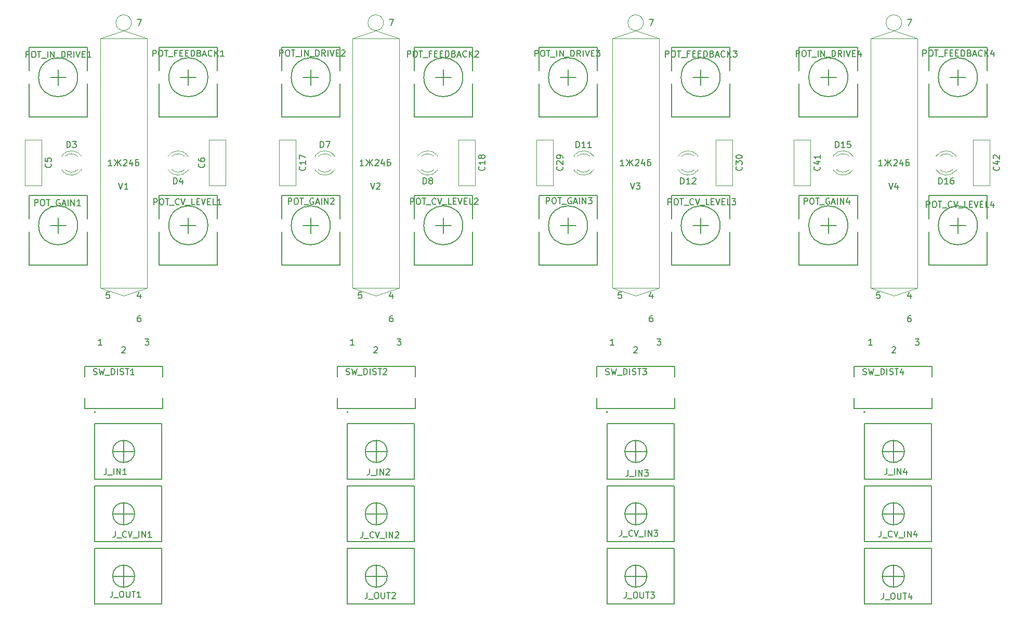
<source format=gto>
G04 #@! TF.GenerationSoftware,KiCad,Pcbnew,(5.1.6-0-10_14)*
G04 #@! TF.CreationDate,2022-01-17T10:45:08+00:00*
G04 #@! TF.ProjectId,Quad Tube VCA,51756164-2054-4756-9265-205643412e6b,rev?*
G04 #@! TF.SameCoordinates,Original*
G04 #@! TF.FileFunction,Legend,Top*
G04 #@! TF.FilePolarity,Positive*
%FSLAX46Y46*%
G04 Gerber Fmt 4.6, Leading zero omitted, Abs format (unit mm)*
G04 Created by KiCad (PCBNEW (5.1.6-0-10_14)) date 2022-01-17 10:45:08*
%MOMM*%
%LPD*%
G01*
G04 APERTURE LIST*
%ADD10C,0.150000*%
%ADD11C,0.127000*%
%ADD12C,0.200000*%
%ADD13C,0.120000*%
%ADD14C,2.875000*%
%ADD15R,2.875000X2.875000*%
%ADD16C,1.700000*%
%ADD17R,1.700000X1.700000*%
%ADD18C,1.900000*%
%ADD19R,1.900000X1.900000*%
%ADD20C,2.100000*%
%ADD21C,1.400000*%
%ADD22C,1.540000*%
%ADD23O,1.800000X1.800000*%
%ADD24R,1.800000X1.800000*%
G04 APERTURE END LIST*
D10*
X208641428Y-71572380D02*
X208070000Y-71572380D01*
X208355714Y-71572380D02*
X208355714Y-70572380D01*
X208260476Y-70715238D01*
X208165238Y-70810476D01*
X208070000Y-70858095D01*
X209450952Y-71000952D02*
X209022380Y-71572380D01*
X209593809Y-71572380D02*
X209593809Y-70572380D01*
X209593809Y-71143809D02*
X209022380Y-70572380D01*
X210165238Y-71572380D02*
X209736666Y-71000952D01*
X210165238Y-70572380D02*
X209593809Y-71143809D01*
X210546190Y-70667619D02*
X210593809Y-70620000D01*
X210689047Y-70572380D01*
X210927142Y-70572380D01*
X211022380Y-70620000D01*
X211070000Y-70667619D01*
X211117619Y-70762857D01*
X211117619Y-70858095D01*
X211070000Y-71000952D01*
X210498571Y-71572380D01*
X211117619Y-71572380D01*
X211974761Y-70905714D02*
X211974761Y-71572380D01*
X211736666Y-70524761D02*
X211498571Y-71239047D01*
X212117619Y-71239047D01*
X212974761Y-70572380D02*
X212498571Y-70572380D01*
X212498571Y-71572380D01*
X212784285Y-71572380D01*
X212927142Y-71524761D01*
X213022380Y-71429523D01*
X213070000Y-71334285D01*
X213070000Y-71191428D01*
X213022380Y-71096190D01*
X212927142Y-71000952D01*
X212784285Y-70953333D01*
X212498571Y-70953333D01*
X166571428Y-71552380D02*
X166000000Y-71552380D01*
X166285714Y-71552380D02*
X166285714Y-70552380D01*
X166190476Y-70695238D01*
X166095238Y-70790476D01*
X166000000Y-70838095D01*
X167380952Y-70980952D02*
X166952380Y-71552380D01*
X167523809Y-71552380D02*
X167523809Y-70552380D01*
X167523809Y-71123809D02*
X166952380Y-70552380D01*
X168095238Y-71552380D02*
X167666666Y-70980952D01*
X168095238Y-70552380D02*
X167523809Y-71123809D01*
X168476190Y-70647619D02*
X168523809Y-70600000D01*
X168619047Y-70552380D01*
X168857142Y-70552380D01*
X168952380Y-70600000D01*
X169000000Y-70647619D01*
X169047619Y-70742857D01*
X169047619Y-70838095D01*
X169000000Y-70980952D01*
X168428571Y-71552380D01*
X169047619Y-71552380D01*
X169904761Y-70885714D02*
X169904761Y-71552380D01*
X169666666Y-70504761D02*
X169428571Y-71219047D01*
X170047619Y-71219047D01*
X170904761Y-70552380D02*
X170428571Y-70552380D01*
X170428571Y-71552380D01*
X170714285Y-71552380D01*
X170857142Y-71504761D01*
X170952380Y-71409523D01*
X171000000Y-71314285D01*
X171000000Y-71171428D01*
X170952380Y-71076190D01*
X170857142Y-70980952D01*
X170714285Y-70933333D01*
X170428571Y-70933333D01*
X124161428Y-71562380D02*
X123590000Y-71562380D01*
X123875714Y-71562380D02*
X123875714Y-70562380D01*
X123780476Y-70705238D01*
X123685238Y-70800476D01*
X123590000Y-70848095D01*
X124970952Y-70990952D02*
X124542380Y-71562380D01*
X125113809Y-71562380D02*
X125113809Y-70562380D01*
X125113809Y-71133809D02*
X124542380Y-70562380D01*
X125685238Y-71562380D02*
X125256666Y-70990952D01*
X125685238Y-70562380D02*
X125113809Y-71133809D01*
X126066190Y-70657619D02*
X126113809Y-70610000D01*
X126209047Y-70562380D01*
X126447142Y-70562380D01*
X126542380Y-70610000D01*
X126590000Y-70657619D01*
X126637619Y-70752857D01*
X126637619Y-70848095D01*
X126590000Y-70990952D01*
X126018571Y-71562380D01*
X126637619Y-71562380D01*
X127494761Y-70895714D02*
X127494761Y-71562380D01*
X127256666Y-70514761D02*
X127018571Y-71229047D01*
X127637619Y-71229047D01*
X128494761Y-70562380D02*
X128018571Y-70562380D01*
X128018571Y-71562380D01*
X128304285Y-71562380D01*
X128447142Y-71514761D01*
X128542380Y-71419523D01*
X128590000Y-71324285D01*
X128590000Y-71181428D01*
X128542380Y-71086190D01*
X128447142Y-70990952D01*
X128304285Y-70943333D01*
X128018571Y-70943333D01*
X83161428Y-71572380D02*
X82590000Y-71572380D01*
X82875714Y-71572380D02*
X82875714Y-70572380D01*
X82780476Y-70715238D01*
X82685238Y-70810476D01*
X82590000Y-70858095D01*
X83970952Y-71000952D02*
X83542380Y-71572380D01*
X84113809Y-71572380D02*
X84113809Y-70572380D01*
X84113809Y-71143809D02*
X83542380Y-70572380D01*
X84685238Y-71572380D02*
X84256666Y-71000952D01*
X84685238Y-70572380D02*
X84113809Y-71143809D01*
X85066190Y-70667619D02*
X85113809Y-70620000D01*
X85209047Y-70572380D01*
X85447142Y-70572380D01*
X85542380Y-70620000D01*
X85590000Y-70667619D01*
X85637619Y-70762857D01*
X85637619Y-70858095D01*
X85590000Y-71000952D01*
X85018571Y-71572380D01*
X85637619Y-71572380D01*
X86494761Y-70905714D02*
X86494761Y-71572380D01*
X86256666Y-70524761D02*
X86018571Y-71239047D01*
X86637619Y-71239047D01*
X87494761Y-70572380D02*
X87018571Y-70572380D01*
X87018571Y-71572380D01*
X87304285Y-71572380D01*
X87447142Y-71524761D01*
X87542380Y-71429523D01*
X87590000Y-71334285D01*
X87590000Y-71191428D01*
X87542380Y-71096190D01*
X87447142Y-71000952D01*
X87304285Y-70953333D01*
X87018571Y-70953333D01*
D11*
X78740000Y-104272500D02*
X91440000Y-104272500D01*
X91440000Y-104272500D02*
X91440000Y-105992500D01*
X91440000Y-109412500D02*
X91440000Y-111132500D01*
X91440000Y-111132500D02*
X78740000Y-111132500D01*
X78740000Y-104272500D02*
X78740000Y-105992500D01*
X78740000Y-109412500D02*
X78740000Y-111132500D01*
D12*
X80490000Y-111702500D02*
G75*
G03*
X80490000Y-111702500I-100000J0D01*
G01*
D11*
X119888000Y-104272500D02*
X132588000Y-104272500D01*
X132588000Y-104272500D02*
X132588000Y-105992500D01*
X132588000Y-109412500D02*
X132588000Y-111132500D01*
X132588000Y-111132500D02*
X119888000Y-111132500D01*
X119888000Y-104272500D02*
X119888000Y-105992500D01*
X119888000Y-109412500D02*
X119888000Y-111132500D01*
D12*
X121638000Y-111702500D02*
G75*
G03*
X121638000Y-111702500I-100000J0D01*
G01*
D11*
X162179000Y-104272500D02*
X174879000Y-104272500D01*
X174879000Y-104272500D02*
X174879000Y-105992500D01*
X174879000Y-109412500D02*
X174879000Y-111132500D01*
X174879000Y-111132500D02*
X162179000Y-111132500D01*
X162179000Y-104272500D02*
X162179000Y-105992500D01*
X162179000Y-109412500D02*
X162179000Y-111132500D01*
D12*
X163929000Y-111702500D02*
G75*
G03*
X163929000Y-111702500I-100000J0D01*
G01*
D11*
X204089000Y-104272500D02*
X216789000Y-104272500D01*
X216789000Y-104272500D02*
X216789000Y-105992500D01*
X216789000Y-109412500D02*
X216789000Y-111132500D01*
X216789000Y-111132500D02*
X204089000Y-111132500D01*
X204089000Y-104272500D02*
X204089000Y-105992500D01*
X204089000Y-109412500D02*
X204089000Y-111132500D01*
D12*
X205839000Y-111702500D02*
G75*
G03*
X205839000Y-111702500I-100000J0D01*
G01*
D13*
X126153333Y-92710000D02*
X129963333Y-91440000D01*
X122343333Y-91440000D02*
X126153333Y-92710000D01*
X129963333Y-50800000D02*
X126153333Y-49530000D01*
X122343333Y-50800000D02*
X126153333Y-49530000D01*
X127423333Y-48260000D02*
G75*
G03*
X127423333Y-48260000I-1270000J0D01*
G01*
X122343333Y-50800000D02*
X122343333Y-91440000D01*
X123613333Y-50800000D02*
X122343333Y-50800000D01*
X129963333Y-50800000D02*
X123613333Y-50800000D01*
X129963333Y-91440000D02*
X129963333Y-50800000D01*
X122343333Y-91440000D02*
X129963333Y-91440000D01*
X85090000Y-92710000D02*
X88900000Y-91440000D01*
X81280000Y-91440000D02*
X85090000Y-92710000D01*
X88900000Y-50800000D02*
X85090000Y-49530000D01*
X81280000Y-50800000D02*
X85090000Y-49530000D01*
X86360000Y-48260000D02*
G75*
G03*
X86360000Y-48260000I-1270000J0D01*
G01*
X81280000Y-50800000D02*
X81280000Y-91440000D01*
X82550000Y-50800000D02*
X81280000Y-50800000D01*
X88900000Y-50800000D02*
X82550000Y-50800000D01*
X88900000Y-91440000D02*
X88900000Y-50800000D01*
X81280000Y-91440000D02*
X88900000Y-91440000D01*
X210550000Y-92710000D02*
X214360000Y-91440000D01*
X206740000Y-91440000D02*
X210550000Y-92710000D01*
X214360000Y-50800000D02*
X210550000Y-49530000D01*
X206740000Y-50800000D02*
X210550000Y-49530000D01*
X211820000Y-48260000D02*
G75*
G03*
X211820000Y-48260000I-1270000J0D01*
G01*
X206740000Y-50800000D02*
X206740000Y-91440000D01*
X208010000Y-50800000D02*
X206740000Y-50800000D01*
X214360000Y-50800000D02*
X208010000Y-50800000D01*
X214360000Y-91440000D02*
X214360000Y-50800000D01*
X206740000Y-91440000D02*
X214360000Y-91440000D01*
X168486666Y-92710000D02*
X172296666Y-91440000D01*
X164676666Y-91440000D02*
X168486666Y-92710000D01*
X172296666Y-50800000D02*
X168486666Y-49530000D01*
X164676666Y-50800000D02*
X168486666Y-49530000D01*
X169756666Y-48260000D02*
G75*
G03*
X169756666Y-48260000I-1270000J0D01*
G01*
X164676666Y-50800000D02*
X164676666Y-91440000D01*
X165946666Y-50800000D02*
X164676666Y-50800000D01*
X172296666Y-50800000D02*
X165946666Y-50800000D01*
X172296666Y-91440000D02*
X172296666Y-50800000D01*
X164676666Y-91440000D02*
X172296666Y-91440000D01*
D10*
X198610000Y-57150000D02*
X201150000Y-57150000D01*
X199880000Y-55880000D02*
X199880000Y-58420000D01*
X203055000Y-57150000D02*
G75*
G03*
X203055000Y-57150000I-3175000J0D01*
G01*
X195130000Y-52300000D02*
X195130000Y-63650000D01*
X204630000Y-52300000D02*
X204630000Y-63650000D01*
X195130000Y-63650000D02*
X204630000Y-63650000D01*
X195130000Y-52300000D02*
X204630000Y-52300000D01*
X156210000Y-57150000D02*
X158750000Y-57150000D01*
X157480000Y-55880000D02*
X157480000Y-58420000D01*
X160655000Y-57150000D02*
G75*
G03*
X160655000Y-57150000I-3175000J0D01*
G01*
X152730000Y-52300000D02*
X152730000Y-63650000D01*
X162230000Y-52300000D02*
X162230000Y-63650000D01*
X152730000Y-63650000D02*
X162230000Y-63650000D01*
X152730000Y-52300000D02*
X162230000Y-52300000D01*
X114300000Y-57150000D02*
X116840000Y-57150000D01*
X115570000Y-55880000D02*
X115570000Y-58420000D01*
X118745000Y-57150000D02*
G75*
G03*
X118745000Y-57150000I-3175000J0D01*
G01*
X110820000Y-52300000D02*
X110820000Y-63650000D01*
X120320000Y-52300000D02*
X120320000Y-63650000D01*
X110820000Y-63650000D02*
X120320000Y-63650000D01*
X110820000Y-52300000D02*
X120320000Y-52300000D01*
X73152000Y-57150000D02*
X75692000Y-57150000D01*
X74422000Y-55880000D02*
X74422000Y-58420000D01*
X77597000Y-57150000D02*
G75*
G03*
X77597000Y-57150000I-3175000J0D01*
G01*
X69672000Y-52300000D02*
X69672000Y-63650000D01*
X79172000Y-52300000D02*
X79172000Y-63650000D01*
X69672000Y-63650000D02*
X79172000Y-63650000D01*
X69672000Y-52300000D02*
X79172000Y-52300000D01*
X198610000Y-81280000D02*
X201150000Y-81280000D01*
X199880000Y-80010000D02*
X199880000Y-82550000D01*
X203055000Y-81280000D02*
G75*
G03*
X203055000Y-81280000I-3175000J0D01*
G01*
X195130000Y-76430000D02*
X195130000Y-87780000D01*
X204630000Y-76430000D02*
X204630000Y-87780000D01*
X195130000Y-87780000D02*
X204630000Y-87780000D01*
X195130000Y-76430000D02*
X204630000Y-76430000D01*
X156210000Y-81280000D02*
X158750000Y-81280000D01*
X157480000Y-80010000D02*
X157480000Y-82550000D01*
X160655000Y-81280000D02*
G75*
G03*
X160655000Y-81280000I-3175000J0D01*
G01*
X152730000Y-76430000D02*
X152730000Y-87780000D01*
X162230000Y-76430000D02*
X162230000Y-87780000D01*
X152730000Y-87780000D02*
X162230000Y-87780000D01*
X152730000Y-76430000D02*
X162230000Y-76430000D01*
X114300000Y-81280000D02*
X116840000Y-81280000D01*
X115570000Y-80010000D02*
X115570000Y-82550000D01*
X118745000Y-81280000D02*
G75*
G03*
X118745000Y-81280000I-3175000J0D01*
G01*
X110820000Y-76430000D02*
X110820000Y-87780000D01*
X120320000Y-76430000D02*
X120320000Y-87780000D01*
X110820000Y-87780000D02*
X120320000Y-87780000D01*
X110820000Y-76430000D02*
X120320000Y-76430000D01*
X73152000Y-81280000D02*
X75692000Y-81280000D01*
X74422000Y-80010000D02*
X74422000Y-82550000D01*
X77597000Y-81280000D02*
G75*
G03*
X77597000Y-81280000I-3175000J0D01*
G01*
X69672000Y-76430000D02*
X69672000Y-87780000D01*
X79172000Y-76430000D02*
X79172000Y-87780000D01*
X69672000Y-87780000D02*
X79172000Y-87780000D01*
X69672000Y-76430000D02*
X79172000Y-76430000D01*
X219710000Y-57150000D02*
X222250000Y-57150000D01*
X220980000Y-55880000D02*
X220980000Y-58420000D01*
X224155000Y-57150000D02*
G75*
G03*
X224155000Y-57150000I-3175000J0D01*
G01*
X216230000Y-52300000D02*
X216230000Y-63650000D01*
X225730000Y-52300000D02*
X225730000Y-63650000D01*
X216230000Y-63650000D02*
X225730000Y-63650000D01*
X216230000Y-52300000D02*
X225730000Y-52300000D01*
X177800000Y-57150000D02*
X180340000Y-57150000D01*
X179070000Y-55880000D02*
X179070000Y-58420000D01*
X182245000Y-57150000D02*
G75*
G03*
X182245000Y-57150000I-3175000J0D01*
G01*
X174320000Y-52300000D02*
X174320000Y-63650000D01*
X183820000Y-52300000D02*
X183820000Y-63650000D01*
X174320000Y-63650000D02*
X183820000Y-63650000D01*
X174320000Y-52300000D02*
X183820000Y-52300000D01*
X135890000Y-57150000D02*
X138430000Y-57150000D01*
X137160000Y-55880000D02*
X137160000Y-58420000D01*
X140335000Y-57150000D02*
G75*
G03*
X140335000Y-57150000I-3175000J0D01*
G01*
X132410000Y-52300000D02*
X132410000Y-63650000D01*
X141910000Y-52300000D02*
X141910000Y-63650000D01*
X132410000Y-63650000D02*
X141910000Y-63650000D01*
X132410000Y-52300000D02*
X141910000Y-52300000D01*
X94361000Y-57150000D02*
X96901000Y-57150000D01*
X95631000Y-55880000D02*
X95631000Y-58420000D01*
X98806000Y-57150000D02*
G75*
G03*
X98806000Y-57150000I-3175000J0D01*
G01*
X90881000Y-52300000D02*
X90881000Y-63650000D01*
X100381000Y-52300000D02*
X100381000Y-63650000D01*
X90881000Y-63650000D02*
X100381000Y-63650000D01*
X90881000Y-52300000D02*
X100381000Y-52300000D01*
X219710000Y-81280000D02*
X222250000Y-81280000D01*
X220980000Y-80010000D02*
X220980000Y-82550000D01*
X224155000Y-81280000D02*
G75*
G03*
X224155000Y-81280000I-3175000J0D01*
G01*
X216230000Y-76430000D02*
X216230000Y-87780000D01*
X225730000Y-76430000D02*
X225730000Y-87780000D01*
X216230000Y-87780000D02*
X225730000Y-87780000D01*
X216230000Y-76430000D02*
X225730000Y-76430000D01*
X177800000Y-81280000D02*
X180340000Y-81280000D01*
X179070000Y-80010000D02*
X179070000Y-82550000D01*
X182245000Y-81280000D02*
G75*
G03*
X182245000Y-81280000I-3175000J0D01*
G01*
X174320000Y-76430000D02*
X174320000Y-87780000D01*
X183820000Y-76430000D02*
X183820000Y-87780000D01*
X174320000Y-87780000D02*
X183820000Y-87780000D01*
X174320000Y-76430000D02*
X183820000Y-76430000D01*
X135890000Y-81280000D02*
X138430000Y-81280000D01*
X137160000Y-80010000D02*
X137160000Y-82550000D01*
X140335000Y-81280000D02*
G75*
G03*
X140335000Y-81280000I-3175000J0D01*
G01*
X132410000Y-76430000D02*
X132410000Y-87780000D01*
X141910000Y-76430000D02*
X141910000Y-87780000D01*
X132410000Y-87780000D02*
X141910000Y-87780000D01*
X132410000Y-76430000D02*
X141910000Y-76430000D01*
X94361000Y-81280000D02*
X96901000Y-81280000D01*
X95631000Y-80010000D02*
X95631000Y-82550000D01*
X98806000Y-81280000D02*
G75*
G03*
X98806000Y-81280000I-3175000J0D01*
G01*
X90881000Y-76430000D02*
X90881000Y-87780000D01*
X100381000Y-76430000D02*
X100381000Y-87780000D01*
X90881000Y-87780000D02*
X100381000Y-87780000D01*
X90881000Y-76430000D02*
X100381000Y-76430000D01*
X210469000Y-136630000D02*
X210469000Y-140230000D01*
X212269000Y-138430000D02*
X208669000Y-138430000D01*
X212269000Y-138430000D02*
G75*
G03*
X212269000Y-138430000I-1800000J0D01*
G01*
X216669000Y-142930000D02*
X205769000Y-142930000D01*
X216669000Y-133930000D02*
X205769000Y-133930000D01*
X205769000Y-133930000D02*
X205769000Y-142930000D01*
X216669000Y-133930000D02*
X216669000Y-142930000D01*
X168529000Y-136630000D02*
X168529000Y-140230000D01*
X170329000Y-138430000D02*
X166729000Y-138430000D01*
X170329000Y-138430000D02*
G75*
G03*
X170329000Y-138430000I-1800000J0D01*
G01*
X174729000Y-142930000D02*
X163829000Y-142930000D01*
X174729000Y-133930000D02*
X163829000Y-133930000D01*
X163829000Y-133930000D02*
X163829000Y-142930000D01*
X174729000Y-133930000D02*
X174729000Y-142930000D01*
X126238000Y-136630000D02*
X126238000Y-140230000D01*
X128038000Y-138430000D02*
X124438000Y-138430000D01*
X128038000Y-138430000D02*
G75*
G03*
X128038000Y-138430000I-1800000J0D01*
G01*
X132438000Y-142930000D02*
X121538000Y-142930000D01*
X132438000Y-133930000D02*
X121538000Y-133930000D01*
X121538000Y-133930000D02*
X121538000Y-142930000D01*
X132438000Y-133930000D02*
X132438000Y-142930000D01*
X85090000Y-136630000D02*
X85090000Y-140230000D01*
X86890000Y-138430000D02*
X83290000Y-138430000D01*
X86890000Y-138430000D02*
G75*
G03*
X86890000Y-138430000I-1800000J0D01*
G01*
X91290000Y-142930000D02*
X80390000Y-142930000D01*
X91290000Y-133930000D02*
X80390000Y-133930000D01*
X80390000Y-133930000D02*
X80390000Y-142930000D01*
X91290000Y-133930000D02*
X91290000Y-142930000D01*
X210469000Y-116310000D02*
X210469000Y-119910000D01*
X212269000Y-118110000D02*
X208669000Y-118110000D01*
X212269000Y-118110000D02*
G75*
G03*
X212269000Y-118110000I-1800000J0D01*
G01*
X216669000Y-122610000D02*
X205769000Y-122610000D01*
X216669000Y-113610000D02*
X205769000Y-113610000D01*
X205769000Y-113610000D02*
X205769000Y-122610000D01*
X216669000Y-113610000D02*
X216669000Y-122610000D01*
X168529000Y-116310000D02*
X168529000Y-119910000D01*
X170329000Y-118110000D02*
X166729000Y-118110000D01*
X170329000Y-118110000D02*
G75*
G03*
X170329000Y-118110000I-1800000J0D01*
G01*
X174729000Y-122610000D02*
X163829000Y-122610000D01*
X174729000Y-113610000D02*
X163829000Y-113610000D01*
X163829000Y-113610000D02*
X163829000Y-122610000D01*
X174729000Y-113610000D02*
X174729000Y-122610000D01*
X126238000Y-116310000D02*
X126238000Y-119910000D01*
X128038000Y-118110000D02*
X124438000Y-118110000D01*
X128038000Y-118110000D02*
G75*
G03*
X128038000Y-118110000I-1800000J0D01*
G01*
X132438000Y-122610000D02*
X121538000Y-122610000D01*
X132438000Y-113610000D02*
X121538000Y-113610000D01*
X121538000Y-113610000D02*
X121538000Y-122610000D01*
X132438000Y-113610000D02*
X132438000Y-122610000D01*
X85090000Y-116310000D02*
X85090000Y-119910000D01*
X86890000Y-118110000D02*
X83290000Y-118110000D01*
X86890000Y-118110000D02*
G75*
G03*
X86890000Y-118110000I-1800000J0D01*
G01*
X91290000Y-122610000D02*
X80390000Y-122610000D01*
X91290000Y-113610000D02*
X80390000Y-113610000D01*
X80390000Y-113610000D02*
X80390000Y-122610000D01*
X91290000Y-113610000D02*
X91290000Y-122610000D01*
X210469000Y-126470000D02*
X210469000Y-130070000D01*
X212269000Y-128270000D02*
X208669000Y-128270000D01*
X212269000Y-128270000D02*
G75*
G03*
X212269000Y-128270000I-1800000J0D01*
G01*
X216669000Y-132770000D02*
X205769000Y-132770000D01*
X216669000Y-123770000D02*
X205769000Y-123770000D01*
X205769000Y-123770000D02*
X205769000Y-132770000D01*
X216669000Y-123770000D02*
X216669000Y-132770000D01*
X168529000Y-126470000D02*
X168529000Y-130070000D01*
X170329000Y-128270000D02*
X166729000Y-128270000D01*
X170329000Y-128270000D02*
G75*
G03*
X170329000Y-128270000I-1800000J0D01*
G01*
X174729000Y-132770000D02*
X163829000Y-132770000D01*
X174729000Y-123770000D02*
X163829000Y-123770000D01*
X163829000Y-123770000D02*
X163829000Y-132770000D01*
X174729000Y-123770000D02*
X174729000Y-132770000D01*
X126238000Y-126470000D02*
X126238000Y-130070000D01*
X128038000Y-128270000D02*
X124438000Y-128270000D01*
X128038000Y-128270000D02*
G75*
G03*
X128038000Y-128270000I-1800000J0D01*
G01*
X132438000Y-132770000D02*
X121538000Y-132770000D01*
X132438000Y-123770000D02*
X121538000Y-123770000D01*
X121538000Y-123770000D02*
X121538000Y-132770000D01*
X132438000Y-123770000D02*
X132438000Y-132770000D01*
X85090000Y-126470000D02*
X85090000Y-130070000D01*
X86890000Y-128270000D02*
X83290000Y-128270000D01*
X86890000Y-128270000D02*
G75*
G03*
X86890000Y-128270000I-1800000J0D01*
G01*
X91290000Y-132770000D02*
X80390000Y-132770000D01*
X91290000Y-123770000D02*
X80390000Y-123770000D01*
X80390000Y-123770000D02*
X80390000Y-132770000D01*
X91290000Y-123770000D02*
X91290000Y-132770000D01*
D13*
X220635000Y-72356000D02*
X220635000Y-72200000D01*
X220635000Y-70040000D02*
X220635000Y-69884000D01*
X218033870Y-70040163D02*
G75*
G02*
X220115961Y-70040000I1041130J-1079837D01*
G01*
X218033870Y-72199837D02*
G75*
G03*
X220115961Y-72200000I1041130J1079837D01*
G01*
X217402665Y-70041392D02*
G75*
G02*
X220635000Y-69884484I1672335J-1078608D01*
G01*
X217402665Y-72198608D02*
G75*
G03*
X220635000Y-72355516I1672335J1078608D01*
G01*
X200706000Y-69884000D02*
X200706000Y-70040000D01*
X200706000Y-72200000D02*
X200706000Y-72356000D01*
X203307130Y-72199837D02*
G75*
G02*
X201225039Y-72200000I-1041130J1079837D01*
G01*
X203307130Y-70040163D02*
G75*
G03*
X201225039Y-70040000I-1041130J-1079837D01*
G01*
X203938335Y-72198608D02*
G75*
G02*
X200706000Y-72355516I-1672335J1078608D01*
G01*
X203938335Y-70041392D02*
G75*
G03*
X200706000Y-69884484I-1672335J-1078608D01*
G01*
X178598000Y-72356000D02*
X178598000Y-72200000D01*
X178598000Y-70040000D02*
X178598000Y-69884000D01*
X175996870Y-70040163D02*
G75*
G02*
X178078961Y-70040000I1041130J-1079837D01*
G01*
X175996870Y-72199837D02*
G75*
G03*
X178078961Y-72200000I1041130J1079837D01*
G01*
X175365665Y-70041392D02*
G75*
G02*
X178598000Y-69884484I1672335J-1078608D01*
G01*
X175365665Y-72198608D02*
G75*
G03*
X178598000Y-72355516I1672335J1078608D01*
G01*
X158460000Y-69884000D02*
X158460000Y-70040000D01*
X158460000Y-72200000D02*
X158460000Y-72356000D01*
X161061130Y-72199837D02*
G75*
G02*
X158979039Y-72200000I-1041130J1079837D01*
G01*
X161061130Y-70040163D02*
G75*
G03*
X158979039Y-70040000I-1041130J-1079837D01*
G01*
X161692335Y-72198608D02*
G75*
G02*
X158460000Y-72355516I-1672335J1078608D01*
G01*
X161692335Y-70041392D02*
G75*
G03*
X158460000Y-69884484I-1672335J-1078608D01*
G01*
X136180000Y-72356000D02*
X136180000Y-72200000D01*
X136180000Y-70040000D02*
X136180000Y-69884000D01*
X133578870Y-70040163D02*
G75*
G02*
X135660961Y-70040000I1041130J-1079837D01*
G01*
X133578870Y-72199837D02*
G75*
G03*
X135660961Y-72200000I1041130J1079837D01*
G01*
X132947665Y-70041392D02*
G75*
G02*
X136180000Y-69884484I1672335J-1078608D01*
G01*
X132947665Y-72198608D02*
G75*
G03*
X136180000Y-72355516I1672335J1078608D01*
G01*
X116296000Y-69884000D02*
X116296000Y-70040000D01*
X116296000Y-72200000D02*
X116296000Y-72356000D01*
X118897130Y-72199837D02*
G75*
G02*
X116815039Y-72200000I-1041130J1079837D01*
G01*
X118897130Y-70040163D02*
G75*
G03*
X116815039Y-70040000I-1041130J-1079837D01*
G01*
X119528335Y-72198608D02*
G75*
G02*
X116296000Y-72355516I-1672335J1078608D01*
G01*
X119528335Y-70041392D02*
G75*
G03*
X116296000Y-69884484I-1672335J-1078608D01*
G01*
X95540000Y-72356000D02*
X95540000Y-72200000D01*
X95540000Y-70040000D02*
X95540000Y-69884000D01*
X92938870Y-70040163D02*
G75*
G02*
X95020961Y-70040000I1041130J-1079837D01*
G01*
X92938870Y-72199837D02*
G75*
G03*
X95020961Y-72200000I1041130J1079837D01*
G01*
X92307665Y-70041392D02*
G75*
G02*
X95540000Y-69884484I1672335J-1078608D01*
G01*
X92307665Y-72198608D02*
G75*
G03*
X95540000Y-72355516I1672335J1078608D01*
G01*
X75021000Y-69884000D02*
X75021000Y-70040000D01*
X75021000Y-72200000D02*
X75021000Y-72356000D01*
X77622130Y-72199837D02*
G75*
G02*
X75540039Y-72200000I-1041130J1079837D01*
G01*
X77622130Y-70040163D02*
G75*
G03*
X75540039Y-70040000I-1041130J-1079837D01*
G01*
X78253335Y-72198608D02*
G75*
G02*
X75021000Y-72355516I-1672335J1078608D01*
G01*
X78253335Y-70041392D02*
G75*
G03*
X75021000Y-69884484I-1672335J-1078608D01*
G01*
X226160000Y-67360000D02*
X226160000Y-74800000D01*
X223420000Y-67360000D02*
X223420000Y-74800000D01*
X226160000Y-67360000D02*
X223420000Y-67360000D01*
X226160000Y-74800000D02*
X223420000Y-74800000D01*
X196950000Y-67360000D02*
X196950000Y-74800000D01*
X194210000Y-67360000D02*
X194210000Y-74800000D01*
X196950000Y-67360000D02*
X194210000Y-67360000D01*
X196950000Y-74800000D02*
X194210000Y-74800000D01*
X184250000Y-67360000D02*
X184250000Y-74800000D01*
X181510000Y-67360000D02*
X181510000Y-74800000D01*
X184250000Y-67360000D02*
X181510000Y-67360000D01*
X184250000Y-74800000D02*
X181510000Y-74800000D01*
X155040000Y-67360000D02*
X155040000Y-74800000D01*
X152300000Y-67360000D02*
X152300000Y-74800000D01*
X155040000Y-67360000D02*
X152300000Y-67360000D01*
X155040000Y-74800000D02*
X152300000Y-74800000D01*
X142340000Y-67360000D02*
X142340000Y-74800000D01*
X139600000Y-67360000D02*
X139600000Y-74800000D01*
X142340000Y-67360000D02*
X139600000Y-67360000D01*
X142340000Y-74800000D02*
X139600000Y-74800000D01*
X113130000Y-67360000D02*
X113130000Y-74800000D01*
X110390000Y-67360000D02*
X110390000Y-74800000D01*
X113130000Y-67360000D02*
X110390000Y-67360000D01*
X113130000Y-74800000D02*
X110390000Y-74800000D01*
X98960000Y-74800000D02*
X98960000Y-67360000D01*
X101700000Y-74800000D02*
X101700000Y-67360000D01*
X98960000Y-74800000D02*
X101700000Y-74800000D01*
X98960000Y-67360000D02*
X101700000Y-67360000D01*
X71728000Y-67360000D02*
X71728000Y-74800000D01*
X68988000Y-67360000D02*
X68988000Y-74800000D01*
X71728000Y-67360000D02*
X68988000Y-67360000D01*
X71728000Y-74800000D02*
X68988000Y-74800000D01*
D10*
X80180476Y-105567261D02*
X80323333Y-105614880D01*
X80561428Y-105614880D01*
X80656666Y-105567261D01*
X80704285Y-105519642D01*
X80751904Y-105424404D01*
X80751904Y-105329166D01*
X80704285Y-105233928D01*
X80656666Y-105186309D01*
X80561428Y-105138690D01*
X80370952Y-105091071D01*
X80275714Y-105043452D01*
X80228095Y-104995833D01*
X80180476Y-104900595D01*
X80180476Y-104805357D01*
X80228095Y-104710119D01*
X80275714Y-104662500D01*
X80370952Y-104614880D01*
X80609047Y-104614880D01*
X80751904Y-104662500D01*
X81085238Y-104614880D02*
X81323333Y-105614880D01*
X81513809Y-104900595D01*
X81704285Y-105614880D01*
X81942380Y-104614880D01*
X82085238Y-105710119D02*
X82847142Y-105710119D01*
X83085238Y-105614880D02*
X83085238Y-104614880D01*
X83323333Y-104614880D01*
X83466190Y-104662500D01*
X83561428Y-104757738D01*
X83609047Y-104852976D01*
X83656666Y-105043452D01*
X83656666Y-105186309D01*
X83609047Y-105376785D01*
X83561428Y-105472023D01*
X83466190Y-105567261D01*
X83323333Y-105614880D01*
X83085238Y-105614880D01*
X84085238Y-105614880D02*
X84085238Y-104614880D01*
X84513809Y-105567261D02*
X84656666Y-105614880D01*
X84894761Y-105614880D01*
X84990000Y-105567261D01*
X85037619Y-105519642D01*
X85085238Y-105424404D01*
X85085238Y-105329166D01*
X85037619Y-105233928D01*
X84990000Y-105186309D01*
X84894761Y-105138690D01*
X84704285Y-105091071D01*
X84609047Y-105043452D01*
X84561428Y-104995833D01*
X84513809Y-104900595D01*
X84513809Y-104805357D01*
X84561428Y-104710119D01*
X84609047Y-104662500D01*
X84704285Y-104614880D01*
X84942380Y-104614880D01*
X85085238Y-104662500D01*
X85370952Y-104614880D02*
X85942380Y-104614880D01*
X85656666Y-105614880D02*
X85656666Y-104614880D01*
X86799523Y-105614880D02*
X86228095Y-105614880D01*
X86513809Y-105614880D02*
X86513809Y-104614880D01*
X86418571Y-104757738D01*
X86323333Y-104852976D01*
X86228095Y-104900595D01*
X121328476Y-105567261D02*
X121471333Y-105614880D01*
X121709428Y-105614880D01*
X121804666Y-105567261D01*
X121852285Y-105519642D01*
X121899904Y-105424404D01*
X121899904Y-105329166D01*
X121852285Y-105233928D01*
X121804666Y-105186309D01*
X121709428Y-105138690D01*
X121518952Y-105091071D01*
X121423714Y-105043452D01*
X121376095Y-104995833D01*
X121328476Y-104900595D01*
X121328476Y-104805357D01*
X121376095Y-104710119D01*
X121423714Y-104662500D01*
X121518952Y-104614880D01*
X121757047Y-104614880D01*
X121899904Y-104662500D01*
X122233238Y-104614880D02*
X122471333Y-105614880D01*
X122661809Y-104900595D01*
X122852285Y-105614880D01*
X123090380Y-104614880D01*
X123233238Y-105710119D02*
X123995142Y-105710119D01*
X124233238Y-105614880D02*
X124233238Y-104614880D01*
X124471333Y-104614880D01*
X124614190Y-104662500D01*
X124709428Y-104757738D01*
X124757047Y-104852976D01*
X124804666Y-105043452D01*
X124804666Y-105186309D01*
X124757047Y-105376785D01*
X124709428Y-105472023D01*
X124614190Y-105567261D01*
X124471333Y-105614880D01*
X124233238Y-105614880D01*
X125233238Y-105614880D02*
X125233238Y-104614880D01*
X125661809Y-105567261D02*
X125804666Y-105614880D01*
X126042761Y-105614880D01*
X126138000Y-105567261D01*
X126185619Y-105519642D01*
X126233238Y-105424404D01*
X126233238Y-105329166D01*
X126185619Y-105233928D01*
X126138000Y-105186309D01*
X126042761Y-105138690D01*
X125852285Y-105091071D01*
X125757047Y-105043452D01*
X125709428Y-104995833D01*
X125661809Y-104900595D01*
X125661809Y-104805357D01*
X125709428Y-104710119D01*
X125757047Y-104662500D01*
X125852285Y-104614880D01*
X126090380Y-104614880D01*
X126233238Y-104662500D01*
X126518952Y-104614880D02*
X127090380Y-104614880D01*
X126804666Y-105614880D02*
X126804666Y-104614880D01*
X127376095Y-104710119D02*
X127423714Y-104662500D01*
X127518952Y-104614880D01*
X127757047Y-104614880D01*
X127852285Y-104662500D01*
X127899904Y-104710119D01*
X127947523Y-104805357D01*
X127947523Y-104900595D01*
X127899904Y-105043452D01*
X127328476Y-105614880D01*
X127947523Y-105614880D01*
X163619476Y-105567261D02*
X163762333Y-105614880D01*
X164000428Y-105614880D01*
X164095666Y-105567261D01*
X164143285Y-105519642D01*
X164190904Y-105424404D01*
X164190904Y-105329166D01*
X164143285Y-105233928D01*
X164095666Y-105186309D01*
X164000428Y-105138690D01*
X163809952Y-105091071D01*
X163714714Y-105043452D01*
X163667095Y-104995833D01*
X163619476Y-104900595D01*
X163619476Y-104805357D01*
X163667095Y-104710119D01*
X163714714Y-104662500D01*
X163809952Y-104614880D01*
X164048047Y-104614880D01*
X164190904Y-104662500D01*
X164524238Y-104614880D02*
X164762333Y-105614880D01*
X164952809Y-104900595D01*
X165143285Y-105614880D01*
X165381380Y-104614880D01*
X165524238Y-105710119D02*
X166286142Y-105710119D01*
X166524238Y-105614880D02*
X166524238Y-104614880D01*
X166762333Y-104614880D01*
X166905190Y-104662500D01*
X167000428Y-104757738D01*
X167048047Y-104852976D01*
X167095666Y-105043452D01*
X167095666Y-105186309D01*
X167048047Y-105376785D01*
X167000428Y-105472023D01*
X166905190Y-105567261D01*
X166762333Y-105614880D01*
X166524238Y-105614880D01*
X167524238Y-105614880D02*
X167524238Y-104614880D01*
X167952809Y-105567261D02*
X168095666Y-105614880D01*
X168333761Y-105614880D01*
X168429000Y-105567261D01*
X168476619Y-105519642D01*
X168524238Y-105424404D01*
X168524238Y-105329166D01*
X168476619Y-105233928D01*
X168429000Y-105186309D01*
X168333761Y-105138690D01*
X168143285Y-105091071D01*
X168048047Y-105043452D01*
X168000428Y-104995833D01*
X167952809Y-104900595D01*
X167952809Y-104805357D01*
X168000428Y-104710119D01*
X168048047Y-104662500D01*
X168143285Y-104614880D01*
X168381380Y-104614880D01*
X168524238Y-104662500D01*
X168809952Y-104614880D02*
X169381380Y-104614880D01*
X169095666Y-105614880D02*
X169095666Y-104614880D01*
X169619476Y-104614880D02*
X170238523Y-104614880D01*
X169905190Y-104995833D01*
X170048047Y-104995833D01*
X170143285Y-105043452D01*
X170190904Y-105091071D01*
X170238523Y-105186309D01*
X170238523Y-105424404D01*
X170190904Y-105519642D01*
X170143285Y-105567261D01*
X170048047Y-105614880D01*
X169762333Y-105614880D01*
X169667095Y-105567261D01*
X169619476Y-105519642D01*
X205529476Y-105567261D02*
X205672333Y-105614880D01*
X205910428Y-105614880D01*
X206005666Y-105567261D01*
X206053285Y-105519642D01*
X206100904Y-105424404D01*
X206100904Y-105329166D01*
X206053285Y-105233928D01*
X206005666Y-105186309D01*
X205910428Y-105138690D01*
X205719952Y-105091071D01*
X205624714Y-105043452D01*
X205577095Y-104995833D01*
X205529476Y-104900595D01*
X205529476Y-104805357D01*
X205577095Y-104710119D01*
X205624714Y-104662500D01*
X205719952Y-104614880D01*
X205958047Y-104614880D01*
X206100904Y-104662500D01*
X206434238Y-104614880D02*
X206672333Y-105614880D01*
X206862809Y-104900595D01*
X207053285Y-105614880D01*
X207291380Y-104614880D01*
X207434238Y-105710119D02*
X208196142Y-105710119D01*
X208434238Y-105614880D02*
X208434238Y-104614880D01*
X208672333Y-104614880D01*
X208815190Y-104662500D01*
X208910428Y-104757738D01*
X208958047Y-104852976D01*
X209005666Y-105043452D01*
X209005666Y-105186309D01*
X208958047Y-105376785D01*
X208910428Y-105472023D01*
X208815190Y-105567261D01*
X208672333Y-105614880D01*
X208434238Y-105614880D01*
X209434238Y-105614880D02*
X209434238Y-104614880D01*
X209862809Y-105567261D02*
X210005666Y-105614880D01*
X210243761Y-105614880D01*
X210339000Y-105567261D01*
X210386619Y-105519642D01*
X210434238Y-105424404D01*
X210434238Y-105329166D01*
X210386619Y-105233928D01*
X210339000Y-105186309D01*
X210243761Y-105138690D01*
X210053285Y-105091071D01*
X209958047Y-105043452D01*
X209910428Y-104995833D01*
X209862809Y-104900595D01*
X209862809Y-104805357D01*
X209910428Y-104710119D01*
X209958047Y-104662500D01*
X210053285Y-104614880D01*
X210291380Y-104614880D01*
X210434238Y-104662500D01*
X210719952Y-104614880D02*
X211291380Y-104614880D01*
X211005666Y-105614880D02*
X211005666Y-104614880D01*
X212053285Y-104948214D02*
X212053285Y-105614880D01*
X211815190Y-104567261D02*
X211577095Y-105281547D01*
X212196142Y-105281547D01*
X125343809Y-74382380D02*
X125677142Y-75382380D01*
X126010475Y-74382380D01*
X126296190Y-74477619D02*
X126343809Y-74430000D01*
X126439047Y-74382380D01*
X126677142Y-74382380D01*
X126772380Y-74430000D01*
X126819999Y-74477619D01*
X126867618Y-74572857D01*
X126867618Y-74668095D01*
X126819999Y-74810952D01*
X126248571Y-75382380D01*
X126867618Y-75382380D01*
X128359999Y-47712380D02*
X129026666Y-47712380D01*
X128598094Y-48712380D01*
X128883809Y-95972380D02*
X128693333Y-95972380D01*
X128598094Y-96020000D01*
X128550475Y-96067619D01*
X128455237Y-96210476D01*
X128407618Y-96400952D01*
X128407618Y-96781904D01*
X128455237Y-96877142D01*
X128502856Y-96924761D01*
X128598094Y-96972380D01*
X128788571Y-96972380D01*
X128883809Y-96924761D01*
X128931428Y-96877142D01*
X128979047Y-96781904D01*
X128979047Y-96543809D01*
X128931428Y-96448571D01*
X128883809Y-96400952D01*
X128788571Y-96353333D01*
X128598094Y-96353333D01*
X128502856Y-96400952D01*
X128455237Y-96448571D01*
X128407618Y-96543809D01*
X128883809Y-92495714D02*
X128883809Y-93162380D01*
X128645713Y-92114761D02*
X128407618Y-92829047D01*
X129026666Y-92829047D01*
X123851428Y-92162380D02*
X123375237Y-92162380D01*
X123327618Y-92638571D01*
X123375237Y-92590952D01*
X123470475Y-92543333D01*
X123708571Y-92543333D01*
X123803809Y-92590952D01*
X123851428Y-92638571D01*
X123899047Y-92733809D01*
X123899047Y-92971904D01*
X123851428Y-93067142D01*
X123803809Y-93114761D01*
X123708571Y-93162380D01*
X123470475Y-93162380D01*
X123375237Y-93114761D01*
X123327618Y-93067142D01*
X129629999Y-99782380D02*
X130249047Y-99782380D01*
X129915713Y-100163333D01*
X130058571Y-100163333D01*
X130153809Y-100210952D01*
X130201428Y-100258571D01*
X130249047Y-100353809D01*
X130249047Y-100591904D01*
X130201428Y-100687142D01*
X130153809Y-100734761D01*
X130058571Y-100782380D01*
X129772856Y-100782380D01*
X129677618Y-100734761D01*
X129629999Y-100687142D01*
X125867618Y-101147619D02*
X125915237Y-101100000D01*
X126010475Y-101052380D01*
X126248571Y-101052380D01*
X126343809Y-101100000D01*
X126391428Y-101147619D01*
X126439047Y-101242857D01*
X126439047Y-101338095D01*
X126391428Y-101480952D01*
X125819999Y-102052380D01*
X126439047Y-102052380D01*
X122629047Y-100782380D02*
X122057618Y-100782380D01*
X122343333Y-100782380D02*
X122343333Y-99782380D01*
X122248094Y-99925238D01*
X122152856Y-100020476D01*
X122057618Y-100068095D01*
X84280476Y-74382380D02*
X84613809Y-75382380D01*
X84947142Y-74382380D01*
X85804285Y-75382380D02*
X85232857Y-75382380D01*
X85518571Y-75382380D02*
X85518571Y-74382380D01*
X85423333Y-74525238D01*
X85328095Y-74620476D01*
X85232857Y-74668095D01*
X87296666Y-47712380D02*
X87963333Y-47712380D01*
X87534761Y-48712380D01*
X87820476Y-95972380D02*
X87630000Y-95972380D01*
X87534761Y-96020000D01*
X87487142Y-96067619D01*
X87391904Y-96210476D01*
X87344285Y-96400952D01*
X87344285Y-96781904D01*
X87391904Y-96877142D01*
X87439523Y-96924761D01*
X87534761Y-96972380D01*
X87725238Y-96972380D01*
X87820476Y-96924761D01*
X87868095Y-96877142D01*
X87915714Y-96781904D01*
X87915714Y-96543809D01*
X87868095Y-96448571D01*
X87820476Y-96400952D01*
X87725238Y-96353333D01*
X87534761Y-96353333D01*
X87439523Y-96400952D01*
X87391904Y-96448571D01*
X87344285Y-96543809D01*
X87820476Y-92495714D02*
X87820476Y-93162380D01*
X87582380Y-92114761D02*
X87344285Y-92829047D01*
X87963333Y-92829047D01*
X82788095Y-92162380D02*
X82311904Y-92162380D01*
X82264285Y-92638571D01*
X82311904Y-92590952D01*
X82407142Y-92543333D01*
X82645238Y-92543333D01*
X82740476Y-92590952D01*
X82788095Y-92638571D01*
X82835714Y-92733809D01*
X82835714Y-92971904D01*
X82788095Y-93067142D01*
X82740476Y-93114761D01*
X82645238Y-93162380D01*
X82407142Y-93162380D01*
X82311904Y-93114761D01*
X82264285Y-93067142D01*
X88566666Y-99782380D02*
X89185714Y-99782380D01*
X88852380Y-100163333D01*
X88995238Y-100163333D01*
X89090476Y-100210952D01*
X89138095Y-100258571D01*
X89185714Y-100353809D01*
X89185714Y-100591904D01*
X89138095Y-100687142D01*
X89090476Y-100734761D01*
X88995238Y-100782380D01*
X88709523Y-100782380D01*
X88614285Y-100734761D01*
X88566666Y-100687142D01*
X84804285Y-101147619D02*
X84851904Y-101100000D01*
X84947142Y-101052380D01*
X85185238Y-101052380D01*
X85280476Y-101100000D01*
X85328095Y-101147619D01*
X85375714Y-101242857D01*
X85375714Y-101338095D01*
X85328095Y-101480952D01*
X84756666Y-102052380D01*
X85375714Y-102052380D01*
X81565714Y-100782380D02*
X80994285Y-100782380D01*
X81280000Y-100782380D02*
X81280000Y-99782380D01*
X81184761Y-99925238D01*
X81089523Y-100020476D01*
X80994285Y-100068095D01*
X209740476Y-74382380D02*
X210073809Y-75382380D01*
X210407142Y-74382380D01*
X211169047Y-74715714D02*
X211169047Y-75382380D01*
X210930952Y-74334761D02*
X210692857Y-75049047D01*
X211311904Y-75049047D01*
X212756666Y-47712380D02*
X213423333Y-47712380D01*
X212994761Y-48712380D01*
X213280476Y-95972380D02*
X213090000Y-95972380D01*
X212994761Y-96020000D01*
X212947142Y-96067619D01*
X212851904Y-96210476D01*
X212804285Y-96400952D01*
X212804285Y-96781904D01*
X212851904Y-96877142D01*
X212899523Y-96924761D01*
X212994761Y-96972380D01*
X213185238Y-96972380D01*
X213280476Y-96924761D01*
X213328095Y-96877142D01*
X213375714Y-96781904D01*
X213375714Y-96543809D01*
X213328095Y-96448571D01*
X213280476Y-96400952D01*
X213185238Y-96353333D01*
X212994761Y-96353333D01*
X212899523Y-96400952D01*
X212851904Y-96448571D01*
X212804285Y-96543809D01*
X213280476Y-92495714D02*
X213280476Y-93162380D01*
X213042380Y-92114761D02*
X212804285Y-92829047D01*
X213423333Y-92829047D01*
X208248095Y-92162380D02*
X207771904Y-92162380D01*
X207724285Y-92638571D01*
X207771904Y-92590952D01*
X207867142Y-92543333D01*
X208105238Y-92543333D01*
X208200476Y-92590952D01*
X208248095Y-92638571D01*
X208295714Y-92733809D01*
X208295714Y-92971904D01*
X208248095Y-93067142D01*
X208200476Y-93114761D01*
X208105238Y-93162380D01*
X207867142Y-93162380D01*
X207771904Y-93114761D01*
X207724285Y-93067142D01*
X214026666Y-99782380D02*
X214645714Y-99782380D01*
X214312380Y-100163333D01*
X214455238Y-100163333D01*
X214550476Y-100210952D01*
X214598095Y-100258571D01*
X214645714Y-100353809D01*
X214645714Y-100591904D01*
X214598095Y-100687142D01*
X214550476Y-100734761D01*
X214455238Y-100782380D01*
X214169523Y-100782380D01*
X214074285Y-100734761D01*
X214026666Y-100687142D01*
X210264285Y-101147619D02*
X210311904Y-101100000D01*
X210407142Y-101052380D01*
X210645238Y-101052380D01*
X210740476Y-101100000D01*
X210788095Y-101147619D01*
X210835714Y-101242857D01*
X210835714Y-101338095D01*
X210788095Y-101480952D01*
X210216666Y-102052380D01*
X210835714Y-102052380D01*
X207025714Y-100782380D02*
X206454285Y-100782380D01*
X206740000Y-100782380D02*
X206740000Y-99782380D01*
X206644761Y-99925238D01*
X206549523Y-100020476D01*
X206454285Y-100068095D01*
X167677142Y-74382380D02*
X168010475Y-75382380D01*
X168343808Y-74382380D01*
X168581904Y-74382380D02*
X169200951Y-74382380D01*
X168867618Y-74763333D01*
X169010475Y-74763333D01*
X169105713Y-74810952D01*
X169153332Y-74858571D01*
X169200951Y-74953809D01*
X169200951Y-75191904D01*
X169153332Y-75287142D01*
X169105713Y-75334761D01*
X169010475Y-75382380D01*
X168724761Y-75382380D01*
X168629523Y-75334761D01*
X168581904Y-75287142D01*
X170693332Y-47712380D02*
X171359999Y-47712380D01*
X170931427Y-48712380D01*
X171217142Y-95972380D02*
X171026666Y-95972380D01*
X170931427Y-96020000D01*
X170883808Y-96067619D01*
X170788570Y-96210476D01*
X170740951Y-96400952D01*
X170740951Y-96781904D01*
X170788570Y-96877142D01*
X170836189Y-96924761D01*
X170931427Y-96972380D01*
X171121904Y-96972380D01*
X171217142Y-96924761D01*
X171264761Y-96877142D01*
X171312380Y-96781904D01*
X171312380Y-96543809D01*
X171264761Y-96448571D01*
X171217142Y-96400952D01*
X171121904Y-96353333D01*
X170931427Y-96353333D01*
X170836189Y-96400952D01*
X170788570Y-96448571D01*
X170740951Y-96543809D01*
X171217142Y-92495714D02*
X171217142Y-93162380D01*
X170979046Y-92114761D02*
X170740951Y-92829047D01*
X171359999Y-92829047D01*
X166184761Y-92162380D02*
X165708570Y-92162380D01*
X165660951Y-92638571D01*
X165708570Y-92590952D01*
X165803808Y-92543333D01*
X166041904Y-92543333D01*
X166137142Y-92590952D01*
X166184761Y-92638571D01*
X166232380Y-92733809D01*
X166232380Y-92971904D01*
X166184761Y-93067142D01*
X166137142Y-93114761D01*
X166041904Y-93162380D01*
X165803808Y-93162380D01*
X165708570Y-93114761D01*
X165660951Y-93067142D01*
X171963332Y-99782380D02*
X172582380Y-99782380D01*
X172249046Y-100163333D01*
X172391904Y-100163333D01*
X172487142Y-100210952D01*
X172534761Y-100258571D01*
X172582380Y-100353809D01*
X172582380Y-100591904D01*
X172534761Y-100687142D01*
X172487142Y-100734761D01*
X172391904Y-100782380D01*
X172106189Y-100782380D01*
X172010951Y-100734761D01*
X171963332Y-100687142D01*
X168200951Y-101147619D02*
X168248570Y-101100000D01*
X168343808Y-101052380D01*
X168581904Y-101052380D01*
X168677142Y-101100000D01*
X168724761Y-101147619D01*
X168772380Y-101242857D01*
X168772380Y-101338095D01*
X168724761Y-101480952D01*
X168153332Y-102052380D01*
X168772380Y-102052380D01*
X164962380Y-100782380D02*
X164390951Y-100782380D01*
X164676666Y-100782380D02*
X164676666Y-99782380D01*
X164581427Y-99925238D01*
X164486189Y-100020476D01*
X164390951Y-100068095D01*
X194624285Y-53792380D02*
X194624285Y-52792380D01*
X195005238Y-52792380D01*
X195100476Y-52840000D01*
X195148095Y-52887619D01*
X195195714Y-52982857D01*
X195195714Y-53125714D01*
X195148095Y-53220952D01*
X195100476Y-53268571D01*
X195005238Y-53316190D01*
X194624285Y-53316190D01*
X195814761Y-52792380D02*
X196005238Y-52792380D01*
X196100476Y-52840000D01*
X196195714Y-52935238D01*
X196243333Y-53125714D01*
X196243333Y-53459047D01*
X196195714Y-53649523D01*
X196100476Y-53744761D01*
X196005238Y-53792380D01*
X195814761Y-53792380D01*
X195719523Y-53744761D01*
X195624285Y-53649523D01*
X195576666Y-53459047D01*
X195576666Y-53125714D01*
X195624285Y-52935238D01*
X195719523Y-52840000D01*
X195814761Y-52792380D01*
X196529047Y-52792380D02*
X197100476Y-52792380D01*
X196814761Y-53792380D02*
X196814761Y-52792380D01*
X197195714Y-53887619D02*
X197957619Y-53887619D01*
X198195714Y-53792380D02*
X198195714Y-52792380D01*
X198671904Y-53792380D02*
X198671904Y-52792380D01*
X199243333Y-53792380D01*
X199243333Y-52792380D01*
X199481428Y-53887619D02*
X200243333Y-53887619D01*
X200481428Y-53792380D02*
X200481428Y-52792380D01*
X200719523Y-52792380D01*
X200862380Y-52840000D01*
X200957619Y-52935238D01*
X201005238Y-53030476D01*
X201052857Y-53220952D01*
X201052857Y-53363809D01*
X201005238Y-53554285D01*
X200957619Y-53649523D01*
X200862380Y-53744761D01*
X200719523Y-53792380D01*
X200481428Y-53792380D01*
X202052857Y-53792380D02*
X201719523Y-53316190D01*
X201481428Y-53792380D02*
X201481428Y-52792380D01*
X201862380Y-52792380D01*
X201957619Y-52840000D01*
X202005238Y-52887619D01*
X202052857Y-52982857D01*
X202052857Y-53125714D01*
X202005238Y-53220952D01*
X201957619Y-53268571D01*
X201862380Y-53316190D01*
X201481428Y-53316190D01*
X202481428Y-53792380D02*
X202481428Y-52792380D01*
X202814761Y-52792380D02*
X203148095Y-53792380D01*
X203481428Y-52792380D01*
X203814761Y-53268571D02*
X204148095Y-53268571D01*
X204290952Y-53792380D02*
X203814761Y-53792380D01*
X203814761Y-52792380D01*
X204290952Y-52792380D01*
X205148095Y-53125714D02*
X205148095Y-53792380D01*
X204910000Y-52744761D02*
X204671904Y-53459047D01*
X205290952Y-53459047D01*
X152074285Y-53752380D02*
X152074285Y-52752380D01*
X152455238Y-52752380D01*
X152550476Y-52800000D01*
X152598095Y-52847619D01*
X152645714Y-52942857D01*
X152645714Y-53085714D01*
X152598095Y-53180952D01*
X152550476Y-53228571D01*
X152455238Y-53276190D01*
X152074285Y-53276190D01*
X153264761Y-52752380D02*
X153455238Y-52752380D01*
X153550476Y-52800000D01*
X153645714Y-52895238D01*
X153693333Y-53085714D01*
X153693333Y-53419047D01*
X153645714Y-53609523D01*
X153550476Y-53704761D01*
X153455238Y-53752380D01*
X153264761Y-53752380D01*
X153169523Y-53704761D01*
X153074285Y-53609523D01*
X153026666Y-53419047D01*
X153026666Y-53085714D01*
X153074285Y-52895238D01*
X153169523Y-52800000D01*
X153264761Y-52752380D01*
X153979047Y-52752380D02*
X154550476Y-52752380D01*
X154264761Y-53752380D02*
X154264761Y-52752380D01*
X154645714Y-53847619D02*
X155407619Y-53847619D01*
X155645714Y-53752380D02*
X155645714Y-52752380D01*
X156121904Y-53752380D02*
X156121904Y-52752380D01*
X156693333Y-53752380D01*
X156693333Y-52752380D01*
X156931428Y-53847619D02*
X157693333Y-53847619D01*
X157931428Y-53752380D02*
X157931428Y-52752380D01*
X158169523Y-52752380D01*
X158312380Y-52800000D01*
X158407619Y-52895238D01*
X158455238Y-52990476D01*
X158502857Y-53180952D01*
X158502857Y-53323809D01*
X158455238Y-53514285D01*
X158407619Y-53609523D01*
X158312380Y-53704761D01*
X158169523Y-53752380D01*
X157931428Y-53752380D01*
X159502857Y-53752380D02*
X159169523Y-53276190D01*
X158931428Y-53752380D02*
X158931428Y-52752380D01*
X159312380Y-52752380D01*
X159407619Y-52800000D01*
X159455238Y-52847619D01*
X159502857Y-52942857D01*
X159502857Y-53085714D01*
X159455238Y-53180952D01*
X159407619Y-53228571D01*
X159312380Y-53276190D01*
X158931428Y-53276190D01*
X159931428Y-53752380D02*
X159931428Y-52752380D01*
X160264761Y-52752380D02*
X160598095Y-53752380D01*
X160931428Y-52752380D01*
X161264761Y-53228571D02*
X161598095Y-53228571D01*
X161740952Y-53752380D02*
X161264761Y-53752380D01*
X161264761Y-52752380D01*
X161740952Y-52752380D01*
X162074285Y-52752380D02*
X162693333Y-52752380D01*
X162360000Y-53133333D01*
X162502857Y-53133333D01*
X162598095Y-53180952D01*
X162645714Y-53228571D01*
X162693333Y-53323809D01*
X162693333Y-53561904D01*
X162645714Y-53657142D01*
X162598095Y-53704761D01*
X162502857Y-53752380D01*
X162217142Y-53752380D01*
X162121904Y-53704761D01*
X162074285Y-53657142D01*
X110524285Y-53722380D02*
X110524285Y-52722380D01*
X110905238Y-52722380D01*
X111000476Y-52770000D01*
X111048095Y-52817619D01*
X111095714Y-52912857D01*
X111095714Y-53055714D01*
X111048095Y-53150952D01*
X111000476Y-53198571D01*
X110905238Y-53246190D01*
X110524285Y-53246190D01*
X111714761Y-52722380D02*
X111905238Y-52722380D01*
X112000476Y-52770000D01*
X112095714Y-52865238D01*
X112143333Y-53055714D01*
X112143333Y-53389047D01*
X112095714Y-53579523D01*
X112000476Y-53674761D01*
X111905238Y-53722380D01*
X111714761Y-53722380D01*
X111619523Y-53674761D01*
X111524285Y-53579523D01*
X111476666Y-53389047D01*
X111476666Y-53055714D01*
X111524285Y-52865238D01*
X111619523Y-52770000D01*
X111714761Y-52722380D01*
X112429047Y-52722380D02*
X113000476Y-52722380D01*
X112714761Y-53722380D02*
X112714761Y-52722380D01*
X113095714Y-53817619D02*
X113857619Y-53817619D01*
X114095714Y-53722380D02*
X114095714Y-52722380D01*
X114571904Y-53722380D02*
X114571904Y-52722380D01*
X115143333Y-53722380D01*
X115143333Y-52722380D01*
X115381428Y-53817619D02*
X116143333Y-53817619D01*
X116381428Y-53722380D02*
X116381428Y-52722380D01*
X116619523Y-52722380D01*
X116762380Y-52770000D01*
X116857619Y-52865238D01*
X116905238Y-52960476D01*
X116952857Y-53150952D01*
X116952857Y-53293809D01*
X116905238Y-53484285D01*
X116857619Y-53579523D01*
X116762380Y-53674761D01*
X116619523Y-53722380D01*
X116381428Y-53722380D01*
X117952857Y-53722380D02*
X117619523Y-53246190D01*
X117381428Y-53722380D02*
X117381428Y-52722380D01*
X117762380Y-52722380D01*
X117857619Y-52770000D01*
X117905238Y-52817619D01*
X117952857Y-52912857D01*
X117952857Y-53055714D01*
X117905238Y-53150952D01*
X117857619Y-53198571D01*
X117762380Y-53246190D01*
X117381428Y-53246190D01*
X118381428Y-53722380D02*
X118381428Y-52722380D01*
X118714761Y-52722380D02*
X119048095Y-53722380D01*
X119381428Y-52722380D01*
X119714761Y-53198571D02*
X120048095Y-53198571D01*
X120190952Y-53722380D02*
X119714761Y-53722380D01*
X119714761Y-52722380D01*
X120190952Y-52722380D01*
X120571904Y-52817619D02*
X120619523Y-52770000D01*
X120714761Y-52722380D01*
X120952857Y-52722380D01*
X121048095Y-52770000D01*
X121095714Y-52817619D01*
X121143333Y-52912857D01*
X121143333Y-53008095D01*
X121095714Y-53150952D01*
X120524285Y-53722380D01*
X121143333Y-53722380D01*
X69146285Y-53922380D02*
X69146285Y-52922380D01*
X69527238Y-52922380D01*
X69622476Y-52970000D01*
X69670095Y-53017619D01*
X69717714Y-53112857D01*
X69717714Y-53255714D01*
X69670095Y-53350952D01*
X69622476Y-53398571D01*
X69527238Y-53446190D01*
X69146285Y-53446190D01*
X70336761Y-52922380D02*
X70527238Y-52922380D01*
X70622476Y-52970000D01*
X70717714Y-53065238D01*
X70765333Y-53255714D01*
X70765333Y-53589047D01*
X70717714Y-53779523D01*
X70622476Y-53874761D01*
X70527238Y-53922380D01*
X70336761Y-53922380D01*
X70241523Y-53874761D01*
X70146285Y-53779523D01*
X70098666Y-53589047D01*
X70098666Y-53255714D01*
X70146285Y-53065238D01*
X70241523Y-52970000D01*
X70336761Y-52922380D01*
X71051047Y-52922380D02*
X71622476Y-52922380D01*
X71336761Y-53922380D02*
X71336761Y-52922380D01*
X71717714Y-54017619D02*
X72479619Y-54017619D01*
X72717714Y-53922380D02*
X72717714Y-52922380D01*
X73193904Y-53922380D02*
X73193904Y-52922380D01*
X73765333Y-53922380D01*
X73765333Y-52922380D01*
X74003428Y-54017619D02*
X74765333Y-54017619D01*
X75003428Y-53922380D02*
X75003428Y-52922380D01*
X75241523Y-52922380D01*
X75384380Y-52970000D01*
X75479619Y-53065238D01*
X75527238Y-53160476D01*
X75574857Y-53350952D01*
X75574857Y-53493809D01*
X75527238Y-53684285D01*
X75479619Y-53779523D01*
X75384380Y-53874761D01*
X75241523Y-53922380D01*
X75003428Y-53922380D01*
X76574857Y-53922380D02*
X76241523Y-53446190D01*
X76003428Y-53922380D02*
X76003428Y-52922380D01*
X76384380Y-52922380D01*
X76479619Y-52970000D01*
X76527238Y-53017619D01*
X76574857Y-53112857D01*
X76574857Y-53255714D01*
X76527238Y-53350952D01*
X76479619Y-53398571D01*
X76384380Y-53446190D01*
X76003428Y-53446190D01*
X77003428Y-53922380D02*
X77003428Y-52922380D01*
X77336761Y-52922380D02*
X77670095Y-53922380D01*
X78003428Y-52922380D01*
X78336761Y-53398571D02*
X78670095Y-53398571D01*
X78812952Y-53922380D02*
X78336761Y-53922380D01*
X78336761Y-52922380D01*
X78812952Y-52922380D01*
X79765333Y-53922380D02*
X79193904Y-53922380D01*
X79479619Y-53922380D02*
X79479619Y-52922380D01*
X79384380Y-53065238D01*
X79289142Y-53160476D01*
X79193904Y-53208095D01*
X195925714Y-77832380D02*
X195925714Y-76832380D01*
X196306666Y-76832380D01*
X196401904Y-76880000D01*
X196449523Y-76927619D01*
X196497142Y-77022857D01*
X196497142Y-77165714D01*
X196449523Y-77260952D01*
X196401904Y-77308571D01*
X196306666Y-77356190D01*
X195925714Y-77356190D01*
X197116190Y-76832380D02*
X197306666Y-76832380D01*
X197401904Y-76880000D01*
X197497142Y-76975238D01*
X197544761Y-77165714D01*
X197544761Y-77499047D01*
X197497142Y-77689523D01*
X197401904Y-77784761D01*
X197306666Y-77832380D01*
X197116190Y-77832380D01*
X197020952Y-77784761D01*
X196925714Y-77689523D01*
X196878095Y-77499047D01*
X196878095Y-77165714D01*
X196925714Y-76975238D01*
X197020952Y-76880000D01*
X197116190Y-76832380D01*
X197830476Y-76832380D02*
X198401904Y-76832380D01*
X198116190Y-77832380D02*
X198116190Y-76832380D01*
X198497142Y-77927619D02*
X199259047Y-77927619D01*
X200020952Y-76880000D02*
X199925714Y-76832380D01*
X199782857Y-76832380D01*
X199640000Y-76880000D01*
X199544761Y-76975238D01*
X199497142Y-77070476D01*
X199449523Y-77260952D01*
X199449523Y-77403809D01*
X199497142Y-77594285D01*
X199544761Y-77689523D01*
X199640000Y-77784761D01*
X199782857Y-77832380D01*
X199878095Y-77832380D01*
X200020952Y-77784761D01*
X200068571Y-77737142D01*
X200068571Y-77403809D01*
X199878095Y-77403809D01*
X200449523Y-77546666D02*
X200925714Y-77546666D01*
X200354285Y-77832380D02*
X200687619Y-76832380D01*
X201020952Y-77832380D01*
X201354285Y-77832380D02*
X201354285Y-76832380D01*
X201830476Y-77832380D02*
X201830476Y-76832380D01*
X202401904Y-77832380D01*
X202401904Y-76832380D01*
X203306666Y-77165714D02*
X203306666Y-77832380D01*
X203068571Y-76784761D02*
X202830476Y-77499047D01*
X203449523Y-77499047D01*
X153915714Y-77772380D02*
X153915714Y-76772380D01*
X154296666Y-76772380D01*
X154391904Y-76820000D01*
X154439523Y-76867619D01*
X154487142Y-76962857D01*
X154487142Y-77105714D01*
X154439523Y-77200952D01*
X154391904Y-77248571D01*
X154296666Y-77296190D01*
X153915714Y-77296190D01*
X155106190Y-76772380D02*
X155296666Y-76772380D01*
X155391904Y-76820000D01*
X155487142Y-76915238D01*
X155534761Y-77105714D01*
X155534761Y-77439047D01*
X155487142Y-77629523D01*
X155391904Y-77724761D01*
X155296666Y-77772380D01*
X155106190Y-77772380D01*
X155010952Y-77724761D01*
X154915714Y-77629523D01*
X154868095Y-77439047D01*
X154868095Y-77105714D01*
X154915714Y-76915238D01*
X155010952Y-76820000D01*
X155106190Y-76772380D01*
X155820476Y-76772380D02*
X156391904Y-76772380D01*
X156106190Y-77772380D02*
X156106190Y-76772380D01*
X156487142Y-77867619D02*
X157249047Y-77867619D01*
X158010952Y-76820000D02*
X157915714Y-76772380D01*
X157772857Y-76772380D01*
X157630000Y-76820000D01*
X157534761Y-76915238D01*
X157487142Y-77010476D01*
X157439523Y-77200952D01*
X157439523Y-77343809D01*
X157487142Y-77534285D01*
X157534761Y-77629523D01*
X157630000Y-77724761D01*
X157772857Y-77772380D01*
X157868095Y-77772380D01*
X158010952Y-77724761D01*
X158058571Y-77677142D01*
X158058571Y-77343809D01*
X157868095Y-77343809D01*
X158439523Y-77486666D02*
X158915714Y-77486666D01*
X158344285Y-77772380D02*
X158677619Y-76772380D01*
X159010952Y-77772380D01*
X159344285Y-77772380D02*
X159344285Y-76772380D01*
X159820476Y-77772380D02*
X159820476Y-76772380D01*
X160391904Y-77772380D01*
X160391904Y-76772380D01*
X160772857Y-76772380D02*
X161391904Y-76772380D01*
X161058571Y-77153333D01*
X161201428Y-77153333D01*
X161296666Y-77200952D01*
X161344285Y-77248571D01*
X161391904Y-77343809D01*
X161391904Y-77581904D01*
X161344285Y-77677142D01*
X161296666Y-77724761D01*
X161201428Y-77772380D01*
X160915714Y-77772380D01*
X160820476Y-77724761D01*
X160772857Y-77677142D01*
X111905714Y-77852380D02*
X111905714Y-76852380D01*
X112286666Y-76852380D01*
X112381904Y-76900000D01*
X112429523Y-76947619D01*
X112477142Y-77042857D01*
X112477142Y-77185714D01*
X112429523Y-77280952D01*
X112381904Y-77328571D01*
X112286666Y-77376190D01*
X111905714Y-77376190D01*
X113096190Y-76852380D02*
X113286666Y-76852380D01*
X113381904Y-76900000D01*
X113477142Y-76995238D01*
X113524761Y-77185714D01*
X113524761Y-77519047D01*
X113477142Y-77709523D01*
X113381904Y-77804761D01*
X113286666Y-77852380D01*
X113096190Y-77852380D01*
X113000952Y-77804761D01*
X112905714Y-77709523D01*
X112858095Y-77519047D01*
X112858095Y-77185714D01*
X112905714Y-76995238D01*
X113000952Y-76900000D01*
X113096190Y-76852380D01*
X113810476Y-76852380D02*
X114381904Y-76852380D01*
X114096190Y-77852380D02*
X114096190Y-76852380D01*
X114477142Y-77947619D02*
X115239047Y-77947619D01*
X116000952Y-76900000D02*
X115905714Y-76852380D01*
X115762857Y-76852380D01*
X115620000Y-76900000D01*
X115524761Y-76995238D01*
X115477142Y-77090476D01*
X115429523Y-77280952D01*
X115429523Y-77423809D01*
X115477142Y-77614285D01*
X115524761Y-77709523D01*
X115620000Y-77804761D01*
X115762857Y-77852380D01*
X115858095Y-77852380D01*
X116000952Y-77804761D01*
X116048571Y-77757142D01*
X116048571Y-77423809D01*
X115858095Y-77423809D01*
X116429523Y-77566666D02*
X116905714Y-77566666D01*
X116334285Y-77852380D02*
X116667619Y-76852380D01*
X117000952Y-77852380D01*
X117334285Y-77852380D02*
X117334285Y-76852380D01*
X117810476Y-77852380D02*
X117810476Y-76852380D01*
X118381904Y-77852380D01*
X118381904Y-76852380D01*
X118810476Y-76947619D02*
X118858095Y-76900000D01*
X118953333Y-76852380D01*
X119191428Y-76852380D01*
X119286666Y-76900000D01*
X119334285Y-76947619D01*
X119381904Y-77042857D01*
X119381904Y-77138095D01*
X119334285Y-77280952D01*
X118762857Y-77852380D01*
X119381904Y-77852380D01*
X70597714Y-78062380D02*
X70597714Y-77062380D01*
X70978666Y-77062380D01*
X71073904Y-77110000D01*
X71121523Y-77157619D01*
X71169142Y-77252857D01*
X71169142Y-77395714D01*
X71121523Y-77490952D01*
X71073904Y-77538571D01*
X70978666Y-77586190D01*
X70597714Y-77586190D01*
X71788190Y-77062380D02*
X71978666Y-77062380D01*
X72073904Y-77110000D01*
X72169142Y-77205238D01*
X72216761Y-77395714D01*
X72216761Y-77729047D01*
X72169142Y-77919523D01*
X72073904Y-78014761D01*
X71978666Y-78062380D01*
X71788190Y-78062380D01*
X71692952Y-78014761D01*
X71597714Y-77919523D01*
X71550095Y-77729047D01*
X71550095Y-77395714D01*
X71597714Y-77205238D01*
X71692952Y-77110000D01*
X71788190Y-77062380D01*
X72502476Y-77062380D02*
X73073904Y-77062380D01*
X72788190Y-78062380D02*
X72788190Y-77062380D01*
X73169142Y-78157619D02*
X73931047Y-78157619D01*
X74692952Y-77110000D02*
X74597714Y-77062380D01*
X74454857Y-77062380D01*
X74312000Y-77110000D01*
X74216761Y-77205238D01*
X74169142Y-77300476D01*
X74121523Y-77490952D01*
X74121523Y-77633809D01*
X74169142Y-77824285D01*
X74216761Y-77919523D01*
X74312000Y-78014761D01*
X74454857Y-78062380D01*
X74550095Y-78062380D01*
X74692952Y-78014761D01*
X74740571Y-77967142D01*
X74740571Y-77633809D01*
X74550095Y-77633809D01*
X75121523Y-77776666D02*
X75597714Y-77776666D01*
X75026285Y-78062380D02*
X75359619Y-77062380D01*
X75692952Y-78062380D01*
X76026285Y-78062380D02*
X76026285Y-77062380D01*
X76502476Y-78062380D02*
X76502476Y-77062380D01*
X77073904Y-78062380D01*
X77073904Y-77062380D01*
X78073904Y-78062380D02*
X77502476Y-78062380D01*
X77788190Y-78062380D02*
X77788190Y-77062380D01*
X77692952Y-77205238D01*
X77597714Y-77300476D01*
X77502476Y-77348095D01*
X215274285Y-53732380D02*
X215274285Y-52732380D01*
X215655238Y-52732380D01*
X215750476Y-52780000D01*
X215798095Y-52827619D01*
X215845714Y-52922857D01*
X215845714Y-53065714D01*
X215798095Y-53160952D01*
X215750476Y-53208571D01*
X215655238Y-53256190D01*
X215274285Y-53256190D01*
X216464761Y-52732380D02*
X216655238Y-52732380D01*
X216750476Y-52780000D01*
X216845714Y-52875238D01*
X216893333Y-53065714D01*
X216893333Y-53399047D01*
X216845714Y-53589523D01*
X216750476Y-53684761D01*
X216655238Y-53732380D01*
X216464761Y-53732380D01*
X216369523Y-53684761D01*
X216274285Y-53589523D01*
X216226666Y-53399047D01*
X216226666Y-53065714D01*
X216274285Y-52875238D01*
X216369523Y-52780000D01*
X216464761Y-52732380D01*
X217179047Y-52732380D02*
X217750476Y-52732380D01*
X217464761Y-53732380D02*
X217464761Y-52732380D01*
X217845714Y-53827619D02*
X218607619Y-53827619D01*
X219179047Y-53208571D02*
X218845714Y-53208571D01*
X218845714Y-53732380D02*
X218845714Y-52732380D01*
X219321904Y-52732380D01*
X219702857Y-53208571D02*
X220036190Y-53208571D01*
X220179047Y-53732380D02*
X219702857Y-53732380D01*
X219702857Y-52732380D01*
X220179047Y-52732380D01*
X220607619Y-53208571D02*
X220940952Y-53208571D01*
X221083809Y-53732380D02*
X220607619Y-53732380D01*
X220607619Y-52732380D01*
X221083809Y-52732380D01*
X221512380Y-53732380D02*
X221512380Y-52732380D01*
X221750476Y-52732380D01*
X221893333Y-52780000D01*
X221988571Y-52875238D01*
X222036190Y-52970476D01*
X222083809Y-53160952D01*
X222083809Y-53303809D01*
X222036190Y-53494285D01*
X221988571Y-53589523D01*
X221893333Y-53684761D01*
X221750476Y-53732380D01*
X221512380Y-53732380D01*
X222845714Y-53208571D02*
X222988571Y-53256190D01*
X223036190Y-53303809D01*
X223083809Y-53399047D01*
X223083809Y-53541904D01*
X223036190Y-53637142D01*
X222988571Y-53684761D01*
X222893333Y-53732380D01*
X222512380Y-53732380D01*
X222512380Y-52732380D01*
X222845714Y-52732380D01*
X222940952Y-52780000D01*
X222988571Y-52827619D01*
X223036190Y-52922857D01*
X223036190Y-53018095D01*
X222988571Y-53113333D01*
X222940952Y-53160952D01*
X222845714Y-53208571D01*
X222512380Y-53208571D01*
X223464761Y-53446666D02*
X223940952Y-53446666D01*
X223369523Y-53732380D02*
X223702857Y-52732380D01*
X224036190Y-53732380D01*
X224940952Y-53637142D02*
X224893333Y-53684761D01*
X224750476Y-53732380D01*
X224655238Y-53732380D01*
X224512380Y-53684761D01*
X224417142Y-53589523D01*
X224369523Y-53494285D01*
X224321904Y-53303809D01*
X224321904Y-53160952D01*
X224369523Y-52970476D01*
X224417142Y-52875238D01*
X224512380Y-52780000D01*
X224655238Y-52732380D01*
X224750476Y-52732380D01*
X224893333Y-52780000D01*
X224940952Y-52827619D01*
X225369523Y-53732380D02*
X225369523Y-52732380D01*
X225940952Y-53732380D02*
X225512380Y-53160952D01*
X225940952Y-52732380D02*
X225369523Y-53303809D01*
X226798095Y-53065714D02*
X226798095Y-53732380D01*
X226560000Y-52684761D02*
X226321904Y-53399047D01*
X226940952Y-53399047D01*
X173354285Y-53842380D02*
X173354285Y-52842380D01*
X173735238Y-52842380D01*
X173830476Y-52890000D01*
X173878095Y-52937619D01*
X173925714Y-53032857D01*
X173925714Y-53175714D01*
X173878095Y-53270952D01*
X173830476Y-53318571D01*
X173735238Y-53366190D01*
X173354285Y-53366190D01*
X174544761Y-52842380D02*
X174735238Y-52842380D01*
X174830476Y-52890000D01*
X174925714Y-52985238D01*
X174973333Y-53175714D01*
X174973333Y-53509047D01*
X174925714Y-53699523D01*
X174830476Y-53794761D01*
X174735238Y-53842380D01*
X174544761Y-53842380D01*
X174449523Y-53794761D01*
X174354285Y-53699523D01*
X174306666Y-53509047D01*
X174306666Y-53175714D01*
X174354285Y-52985238D01*
X174449523Y-52890000D01*
X174544761Y-52842380D01*
X175259047Y-52842380D02*
X175830476Y-52842380D01*
X175544761Y-53842380D02*
X175544761Y-52842380D01*
X175925714Y-53937619D02*
X176687619Y-53937619D01*
X177259047Y-53318571D02*
X176925714Y-53318571D01*
X176925714Y-53842380D02*
X176925714Y-52842380D01*
X177401904Y-52842380D01*
X177782857Y-53318571D02*
X178116190Y-53318571D01*
X178259047Y-53842380D02*
X177782857Y-53842380D01*
X177782857Y-52842380D01*
X178259047Y-52842380D01*
X178687619Y-53318571D02*
X179020952Y-53318571D01*
X179163809Y-53842380D02*
X178687619Y-53842380D01*
X178687619Y-52842380D01*
X179163809Y-52842380D01*
X179592380Y-53842380D02*
X179592380Y-52842380D01*
X179830476Y-52842380D01*
X179973333Y-52890000D01*
X180068571Y-52985238D01*
X180116190Y-53080476D01*
X180163809Y-53270952D01*
X180163809Y-53413809D01*
X180116190Y-53604285D01*
X180068571Y-53699523D01*
X179973333Y-53794761D01*
X179830476Y-53842380D01*
X179592380Y-53842380D01*
X180925714Y-53318571D02*
X181068571Y-53366190D01*
X181116190Y-53413809D01*
X181163809Y-53509047D01*
X181163809Y-53651904D01*
X181116190Y-53747142D01*
X181068571Y-53794761D01*
X180973333Y-53842380D01*
X180592380Y-53842380D01*
X180592380Y-52842380D01*
X180925714Y-52842380D01*
X181020952Y-52890000D01*
X181068571Y-52937619D01*
X181116190Y-53032857D01*
X181116190Y-53128095D01*
X181068571Y-53223333D01*
X181020952Y-53270952D01*
X180925714Y-53318571D01*
X180592380Y-53318571D01*
X181544761Y-53556666D02*
X182020952Y-53556666D01*
X181449523Y-53842380D02*
X181782857Y-52842380D01*
X182116190Y-53842380D01*
X183020952Y-53747142D02*
X182973333Y-53794761D01*
X182830476Y-53842380D01*
X182735238Y-53842380D01*
X182592380Y-53794761D01*
X182497142Y-53699523D01*
X182449523Y-53604285D01*
X182401904Y-53413809D01*
X182401904Y-53270952D01*
X182449523Y-53080476D01*
X182497142Y-52985238D01*
X182592380Y-52890000D01*
X182735238Y-52842380D01*
X182830476Y-52842380D01*
X182973333Y-52890000D01*
X183020952Y-52937619D01*
X183449523Y-53842380D02*
X183449523Y-52842380D01*
X184020952Y-53842380D02*
X183592380Y-53270952D01*
X184020952Y-52842380D02*
X183449523Y-53413809D01*
X184354285Y-52842380D02*
X184973333Y-52842380D01*
X184640000Y-53223333D01*
X184782857Y-53223333D01*
X184878095Y-53270952D01*
X184925714Y-53318571D01*
X184973333Y-53413809D01*
X184973333Y-53651904D01*
X184925714Y-53747142D01*
X184878095Y-53794761D01*
X184782857Y-53842380D01*
X184497142Y-53842380D01*
X184401904Y-53794761D01*
X184354285Y-53747142D01*
X131294285Y-53842380D02*
X131294285Y-52842380D01*
X131675238Y-52842380D01*
X131770476Y-52890000D01*
X131818095Y-52937619D01*
X131865714Y-53032857D01*
X131865714Y-53175714D01*
X131818095Y-53270952D01*
X131770476Y-53318571D01*
X131675238Y-53366190D01*
X131294285Y-53366190D01*
X132484761Y-52842380D02*
X132675238Y-52842380D01*
X132770476Y-52890000D01*
X132865714Y-52985238D01*
X132913333Y-53175714D01*
X132913333Y-53509047D01*
X132865714Y-53699523D01*
X132770476Y-53794761D01*
X132675238Y-53842380D01*
X132484761Y-53842380D01*
X132389523Y-53794761D01*
X132294285Y-53699523D01*
X132246666Y-53509047D01*
X132246666Y-53175714D01*
X132294285Y-52985238D01*
X132389523Y-52890000D01*
X132484761Y-52842380D01*
X133199047Y-52842380D02*
X133770476Y-52842380D01*
X133484761Y-53842380D02*
X133484761Y-52842380D01*
X133865714Y-53937619D02*
X134627619Y-53937619D01*
X135199047Y-53318571D02*
X134865714Y-53318571D01*
X134865714Y-53842380D02*
X134865714Y-52842380D01*
X135341904Y-52842380D01*
X135722857Y-53318571D02*
X136056190Y-53318571D01*
X136199047Y-53842380D02*
X135722857Y-53842380D01*
X135722857Y-52842380D01*
X136199047Y-52842380D01*
X136627619Y-53318571D02*
X136960952Y-53318571D01*
X137103809Y-53842380D02*
X136627619Y-53842380D01*
X136627619Y-52842380D01*
X137103809Y-52842380D01*
X137532380Y-53842380D02*
X137532380Y-52842380D01*
X137770476Y-52842380D01*
X137913333Y-52890000D01*
X138008571Y-52985238D01*
X138056190Y-53080476D01*
X138103809Y-53270952D01*
X138103809Y-53413809D01*
X138056190Y-53604285D01*
X138008571Y-53699523D01*
X137913333Y-53794761D01*
X137770476Y-53842380D01*
X137532380Y-53842380D01*
X138865714Y-53318571D02*
X139008571Y-53366190D01*
X139056190Y-53413809D01*
X139103809Y-53509047D01*
X139103809Y-53651904D01*
X139056190Y-53747142D01*
X139008571Y-53794761D01*
X138913333Y-53842380D01*
X138532380Y-53842380D01*
X138532380Y-52842380D01*
X138865714Y-52842380D01*
X138960952Y-52890000D01*
X139008571Y-52937619D01*
X139056190Y-53032857D01*
X139056190Y-53128095D01*
X139008571Y-53223333D01*
X138960952Y-53270952D01*
X138865714Y-53318571D01*
X138532380Y-53318571D01*
X139484761Y-53556666D02*
X139960952Y-53556666D01*
X139389523Y-53842380D02*
X139722857Y-52842380D01*
X140056190Y-53842380D01*
X140960952Y-53747142D02*
X140913333Y-53794761D01*
X140770476Y-53842380D01*
X140675238Y-53842380D01*
X140532380Y-53794761D01*
X140437142Y-53699523D01*
X140389523Y-53604285D01*
X140341904Y-53413809D01*
X140341904Y-53270952D01*
X140389523Y-53080476D01*
X140437142Y-52985238D01*
X140532380Y-52890000D01*
X140675238Y-52842380D01*
X140770476Y-52842380D01*
X140913333Y-52890000D01*
X140960952Y-52937619D01*
X141389523Y-53842380D02*
X141389523Y-52842380D01*
X141960952Y-53842380D02*
X141532380Y-53270952D01*
X141960952Y-52842380D02*
X141389523Y-53413809D01*
X142341904Y-52937619D02*
X142389523Y-52890000D01*
X142484761Y-52842380D01*
X142722857Y-52842380D01*
X142818095Y-52890000D01*
X142865714Y-52937619D01*
X142913333Y-53032857D01*
X142913333Y-53128095D01*
X142865714Y-53270952D01*
X142294285Y-53842380D01*
X142913333Y-53842380D01*
X89835285Y-53742380D02*
X89835285Y-52742380D01*
X90216238Y-52742380D01*
X90311476Y-52790000D01*
X90359095Y-52837619D01*
X90406714Y-52932857D01*
X90406714Y-53075714D01*
X90359095Y-53170952D01*
X90311476Y-53218571D01*
X90216238Y-53266190D01*
X89835285Y-53266190D01*
X91025761Y-52742380D02*
X91216238Y-52742380D01*
X91311476Y-52790000D01*
X91406714Y-52885238D01*
X91454333Y-53075714D01*
X91454333Y-53409047D01*
X91406714Y-53599523D01*
X91311476Y-53694761D01*
X91216238Y-53742380D01*
X91025761Y-53742380D01*
X90930523Y-53694761D01*
X90835285Y-53599523D01*
X90787666Y-53409047D01*
X90787666Y-53075714D01*
X90835285Y-52885238D01*
X90930523Y-52790000D01*
X91025761Y-52742380D01*
X91740047Y-52742380D02*
X92311476Y-52742380D01*
X92025761Y-53742380D02*
X92025761Y-52742380D01*
X92406714Y-53837619D02*
X93168619Y-53837619D01*
X93740047Y-53218571D02*
X93406714Y-53218571D01*
X93406714Y-53742380D02*
X93406714Y-52742380D01*
X93882904Y-52742380D01*
X94263857Y-53218571D02*
X94597190Y-53218571D01*
X94740047Y-53742380D02*
X94263857Y-53742380D01*
X94263857Y-52742380D01*
X94740047Y-52742380D01*
X95168619Y-53218571D02*
X95501952Y-53218571D01*
X95644809Y-53742380D02*
X95168619Y-53742380D01*
X95168619Y-52742380D01*
X95644809Y-52742380D01*
X96073380Y-53742380D02*
X96073380Y-52742380D01*
X96311476Y-52742380D01*
X96454333Y-52790000D01*
X96549571Y-52885238D01*
X96597190Y-52980476D01*
X96644809Y-53170952D01*
X96644809Y-53313809D01*
X96597190Y-53504285D01*
X96549571Y-53599523D01*
X96454333Y-53694761D01*
X96311476Y-53742380D01*
X96073380Y-53742380D01*
X97406714Y-53218571D02*
X97549571Y-53266190D01*
X97597190Y-53313809D01*
X97644809Y-53409047D01*
X97644809Y-53551904D01*
X97597190Y-53647142D01*
X97549571Y-53694761D01*
X97454333Y-53742380D01*
X97073380Y-53742380D01*
X97073380Y-52742380D01*
X97406714Y-52742380D01*
X97501952Y-52790000D01*
X97549571Y-52837619D01*
X97597190Y-52932857D01*
X97597190Y-53028095D01*
X97549571Y-53123333D01*
X97501952Y-53170952D01*
X97406714Y-53218571D01*
X97073380Y-53218571D01*
X98025761Y-53456666D02*
X98501952Y-53456666D01*
X97930523Y-53742380D02*
X98263857Y-52742380D01*
X98597190Y-53742380D01*
X99501952Y-53647142D02*
X99454333Y-53694761D01*
X99311476Y-53742380D01*
X99216238Y-53742380D01*
X99073380Y-53694761D01*
X98978142Y-53599523D01*
X98930523Y-53504285D01*
X98882904Y-53313809D01*
X98882904Y-53170952D01*
X98930523Y-52980476D01*
X98978142Y-52885238D01*
X99073380Y-52790000D01*
X99216238Y-52742380D01*
X99311476Y-52742380D01*
X99454333Y-52790000D01*
X99501952Y-52837619D01*
X99930523Y-53742380D02*
X99930523Y-52742380D01*
X100501952Y-53742380D02*
X100073380Y-53170952D01*
X100501952Y-52742380D02*
X99930523Y-53313809D01*
X101454333Y-53742380D02*
X100882904Y-53742380D01*
X101168619Y-53742380D02*
X101168619Y-52742380D01*
X101073380Y-52885238D01*
X100978142Y-52980476D01*
X100882904Y-53028095D01*
X215863809Y-78362380D02*
X215863809Y-77362380D01*
X216244761Y-77362380D01*
X216340000Y-77410000D01*
X216387619Y-77457619D01*
X216435238Y-77552857D01*
X216435238Y-77695714D01*
X216387619Y-77790952D01*
X216340000Y-77838571D01*
X216244761Y-77886190D01*
X215863809Y-77886190D01*
X217054285Y-77362380D02*
X217244761Y-77362380D01*
X217340000Y-77410000D01*
X217435238Y-77505238D01*
X217482857Y-77695714D01*
X217482857Y-78029047D01*
X217435238Y-78219523D01*
X217340000Y-78314761D01*
X217244761Y-78362380D01*
X217054285Y-78362380D01*
X216959047Y-78314761D01*
X216863809Y-78219523D01*
X216816190Y-78029047D01*
X216816190Y-77695714D01*
X216863809Y-77505238D01*
X216959047Y-77410000D01*
X217054285Y-77362380D01*
X217768571Y-77362380D02*
X218340000Y-77362380D01*
X218054285Y-78362380D02*
X218054285Y-77362380D01*
X218435238Y-78457619D02*
X219197142Y-78457619D01*
X220006666Y-78267142D02*
X219959047Y-78314761D01*
X219816190Y-78362380D01*
X219720952Y-78362380D01*
X219578095Y-78314761D01*
X219482857Y-78219523D01*
X219435238Y-78124285D01*
X219387619Y-77933809D01*
X219387619Y-77790952D01*
X219435238Y-77600476D01*
X219482857Y-77505238D01*
X219578095Y-77410000D01*
X219720952Y-77362380D01*
X219816190Y-77362380D01*
X219959047Y-77410000D01*
X220006666Y-77457619D01*
X220292380Y-77362380D02*
X220625714Y-78362380D01*
X220959047Y-77362380D01*
X221054285Y-78457619D02*
X221816190Y-78457619D01*
X222530476Y-78362380D02*
X222054285Y-78362380D01*
X222054285Y-77362380D01*
X222863809Y-77838571D02*
X223197142Y-77838571D01*
X223340000Y-78362380D02*
X222863809Y-78362380D01*
X222863809Y-77362380D01*
X223340000Y-77362380D01*
X223625714Y-77362380D02*
X223959047Y-78362380D01*
X224292380Y-77362380D01*
X224625714Y-77838571D02*
X224959047Y-77838571D01*
X225101904Y-78362380D02*
X224625714Y-78362380D01*
X224625714Y-77362380D01*
X225101904Y-77362380D01*
X226006666Y-78362380D02*
X225530476Y-78362380D01*
X225530476Y-77362380D01*
X226768571Y-77695714D02*
X226768571Y-78362380D01*
X226530476Y-77314761D02*
X226292380Y-78029047D01*
X226911428Y-78029047D01*
X173793809Y-77942380D02*
X173793809Y-76942380D01*
X174174761Y-76942380D01*
X174270000Y-76990000D01*
X174317619Y-77037619D01*
X174365238Y-77132857D01*
X174365238Y-77275714D01*
X174317619Y-77370952D01*
X174270000Y-77418571D01*
X174174761Y-77466190D01*
X173793809Y-77466190D01*
X174984285Y-76942380D02*
X175174761Y-76942380D01*
X175270000Y-76990000D01*
X175365238Y-77085238D01*
X175412857Y-77275714D01*
X175412857Y-77609047D01*
X175365238Y-77799523D01*
X175270000Y-77894761D01*
X175174761Y-77942380D01*
X174984285Y-77942380D01*
X174889047Y-77894761D01*
X174793809Y-77799523D01*
X174746190Y-77609047D01*
X174746190Y-77275714D01*
X174793809Y-77085238D01*
X174889047Y-76990000D01*
X174984285Y-76942380D01*
X175698571Y-76942380D02*
X176270000Y-76942380D01*
X175984285Y-77942380D02*
X175984285Y-76942380D01*
X176365238Y-78037619D02*
X177127142Y-78037619D01*
X177936666Y-77847142D02*
X177889047Y-77894761D01*
X177746190Y-77942380D01*
X177650952Y-77942380D01*
X177508095Y-77894761D01*
X177412857Y-77799523D01*
X177365238Y-77704285D01*
X177317619Y-77513809D01*
X177317619Y-77370952D01*
X177365238Y-77180476D01*
X177412857Y-77085238D01*
X177508095Y-76990000D01*
X177650952Y-76942380D01*
X177746190Y-76942380D01*
X177889047Y-76990000D01*
X177936666Y-77037619D01*
X178222380Y-76942380D02*
X178555714Y-77942380D01*
X178889047Y-76942380D01*
X178984285Y-78037619D02*
X179746190Y-78037619D01*
X180460476Y-77942380D02*
X179984285Y-77942380D01*
X179984285Y-76942380D01*
X180793809Y-77418571D02*
X181127142Y-77418571D01*
X181270000Y-77942380D02*
X180793809Y-77942380D01*
X180793809Y-76942380D01*
X181270000Y-76942380D01*
X181555714Y-76942380D02*
X181889047Y-77942380D01*
X182222380Y-76942380D01*
X182555714Y-77418571D02*
X182889047Y-77418571D01*
X183031904Y-77942380D02*
X182555714Y-77942380D01*
X182555714Y-76942380D01*
X183031904Y-76942380D01*
X183936666Y-77942380D02*
X183460476Y-77942380D01*
X183460476Y-76942380D01*
X184174761Y-76942380D02*
X184793809Y-76942380D01*
X184460476Y-77323333D01*
X184603333Y-77323333D01*
X184698571Y-77370952D01*
X184746190Y-77418571D01*
X184793809Y-77513809D01*
X184793809Y-77751904D01*
X184746190Y-77847142D01*
X184698571Y-77894761D01*
X184603333Y-77942380D01*
X184317619Y-77942380D01*
X184222380Y-77894761D01*
X184174761Y-77847142D01*
X131813809Y-77862380D02*
X131813809Y-76862380D01*
X132194761Y-76862380D01*
X132290000Y-76910000D01*
X132337619Y-76957619D01*
X132385238Y-77052857D01*
X132385238Y-77195714D01*
X132337619Y-77290952D01*
X132290000Y-77338571D01*
X132194761Y-77386190D01*
X131813809Y-77386190D01*
X133004285Y-76862380D02*
X133194761Y-76862380D01*
X133290000Y-76910000D01*
X133385238Y-77005238D01*
X133432857Y-77195714D01*
X133432857Y-77529047D01*
X133385238Y-77719523D01*
X133290000Y-77814761D01*
X133194761Y-77862380D01*
X133004285Y-77862380D01*
X132909047Y-77814761D01*
X132813809Y-77719523D01*
X132766190Y-77529047D01*
X132766190Y-77195714D01*
X132813809Y-77005238D01*
X132909047Y-76910000D01*
X133004285Y-76862380D01*
X133718571Y-76862380D02*
X134290000Y-76862380D01*
X134004285Y-77862380D02*
X134004285Y-76862380D01*
X134385238Y-77957619D02*
X135147142Y-77957619D01*
X135956666Y-77767142D02*
X135909047Y-77814761D01*
X135766190Y-77862380D01*
X135670952Y-77862380D01*
X135528095Y-77814761D01*
X135432857Y-77719523D01*
X135385238Y-77624285D01*
X135337619Y-77433809D01*
X135337619Y-77290952D01*
X135385238Y-77100476D01*
X135432857Y-77005238D01*
X135528095Y-76910000D01*
X135670952Y-76862380D01*
X135766190Y-76862380D01*
X135909047Y-76910000D01*
X135956666Y-76957619D01*
X136242380Y-76862380D02*
X136575714Y-77862380D01*
X136909047Y-76862380D01*
X137004285Y-77957619D02*
X137766190Y-77957619D01*
X138480476Y-77862380D02*
X138004285Y-77862380D01*
X138004285Y-76862380D01*
X138813809Y-77338571D02*
X139147142Y-77338571D01*
X139290000Y-77862380D02*
X138813809Y-77862380D01*
X138813809Y-76862380D01*
X139290000Y-76862380D01*
X139575714Y-76862380D02*
X139909047Y-77862380D01*
X140242380Y-76862380D01*
X140575714Y-77338571D02*
X140909047Y-77338571D01*
X141051904Y-77862380D02*
X140575714Y-77862380D01*
X140575714Y-76862380D01*
X141051904Y-76862380D01*
X141956666Y-77862380D02*
X141480476Y-77862380D01*
X141480476Y-76862380D01*
X142242380Y-76957619D02*
X142290000Y-76910000D01*
X142385238Y-76862380D01*
X142623333Y-76862380D01*
X142718571Y-76910000D01*
X142766190Y-76957619D01*
X142813809Y-77052857D01*
X142813809Y-77148095D01*
X142766190Y-77290952D01*
X142194761Y-77862380D01*
X142813809Y-77862380D01*
X90004809Y-77942380D02*
X90004809Y-76942380D01*
X90385761Y-76942380D01*
X90481000Y-76990000D01*
X90528619Y-77037619D01*
X90576238Y-77132857D01*
X90576238Y-77275714D01*
X90528619Y-77370952D01*
X90481000Y-77418571D01*
X90385761Y-77466190D01*
X90004809Y-77466190D01*
X91195285Y-76942380D02*
X91385761Y-76942380D01*
X91481000Y-76990000D01*
X91576238Y-77085238D01*
X91623857Y-77275714D01*
X91623857Y-77609047D01*
X91576238Y-77799523D01*
X91481000Y-77894761D01*
X91385761Y-77942380D01*
X91195285Y-77942380D01*
X91100047Y-77894761D01*
X91004809Y-77799523D01*
X90957190Y-77609047D01*
X90957190Y-77275714D01*
X91004809Y-77085238D01*
X91100047Y-76990000D01*
X91195285Y-76942380D01*
X91909571Y-76942380D02*
X92481000Y-76942380D01*
X92195285Y-77942380D02*
X92195285Y-76942380D01*
X92576238Y-78037619D02*
X93338142Y-78037619D01*
X94147666Y-77847142D02*
X94100047Y-77894761D01*
X93957190Y-77942380D01*
X93861952Y-77942380D01*
X93719095Y-77894761D01*
X93623857Y-77799523D01*
X93576238Y-77704285D01*
X93528619Y-77513809D01*
X93528619Y-77370952D01*
X93576238Y-77180476D01*
X93623857Y-77085238D01*
X93719095Y-76990000D01*
X93861952Y-76942380D01*
X93957190Y-76942380D01*
X94100047Y-76990000D01*
X94147666Y-77037619D01*
X94433380Y-76942380D02*
X94766714Y-77942380D01*
X95100047Y-76942380D01*
X95195285Y-78037619D02*
X95957190Y-78037619D01*
X96671476Y-77942380D02*
X96195285Y-77942380D01*
X96195285Y-76942380D01*
X97004809Y-77418571D02*
X97338142Y-77418571D01*
X97481000Y-77942380D02*
X97004809Y-77942380D01*
X97004809Y-76942380D01*
X97481000Y-76942380D01*
X97766714Y-76942380D02*
X98100047Y-77942380D01*
X98433380Y-76942380D01*
X98766714Y-77418571D02*
X99100047Y-77418571D01*
X99242904Y-77942380D02*
X98766714Y-77942380D01*
X98766714Y-76942380D01*
X99242904Y-76942380D01*
X100147666Y-77942380D02*
X99671476Y-77942380D01*
X99671476Y-76942380D01*
X101004809Y-77942380D02*
X100433380Y-77942380D01*
X100719095Y-77942380D02*
X100719095Y-76942380D01*
X100623857Y-77085238D01*
X100528619Y-77180476D01*
X100433380Y-77228095D01*
X208866142Y-141182380D02*
X208866142Y-141896666D01*
X208818523Y-142039523D01*
X208723285Y-142134761D01*
X208580428Y-142182380D01*
X208485190Y-142182380D01*
X209104238Y-142277619D02*
X209866142Y-142277619D01*
X210294714Y-141182380D02*
X210485190Y-141182380D01*
X210580428Y-141230000D01*
X210675666Y-141325238D01*
X210723285Y-141515714D01*
X210723285Y-141849047D01*
X210675666Y-142039523D01*
X210580428Y-142134761D01*
X210485190Y-142182380D01*
X210294714Y-142182380D01*
X210199476Y-142134761D01*
X210104238Y-142039523D01*
X210056619Y-141849047D01*
X210056619Y-141515714D01*
X210104238Y-141325238D01*
X210199476Y-141230000D01*
X210294714Y-141182380D01*
X211151857Y-141182380D02*
X211151857Y-141991904D01*
X211199476Y-142087142D01*
X211247095Y-142134761D01*
X211342333Y-142182380D01*
X211532809Y-142182380D01*
X211628047Y-142134761D01*
X211675666Y-142087142D01*
X211723285Y-141991904D01*
X211723285Y-141182380D01*
X212056619Y-141182380D02*
X212628047Y-141182380D01*
X212342333Y-142182380D02*
X212342333Y-141182380D01*
X213389952Y-141515714D02*
X213389952Y-142182380D01*
X213151857Y-141134761D02*
X212913761Y-141849047D01*
X213532809Y-141849047D01*
X166936142Y-141012380D02*
X166936142Y-141726666D01*
X166888523Y-141869523D01*
X166793285Y-141964761D01*
X166650428Y-142012380D01*
X166555190Y-142012380D01*
X167174238Y-142107619D02*
X167936142Y-142107619D01*
X168364714Y-141012380D02*
X168555190Y-141012380D01*
X168650428Y-141060000D01*
X168745666Y-141155238D01*
X168793285Y-141345714D01*
X168793285Y-141679047D01*
X168745666Y-141869523D01*
X168650428Y-141964761D01*
X168555190Y-142012380D01*
X168364714Y-142012380D01*
X168269476Y-141964761D01*
X168174238Y-141869523D01*
X168126619Y-141679047D01*
X168126619Y-141345714D01*
X168174238Y-141155238D01*
X168269476Y-141060000D01*
X168364714Y-141012380D01*
X169221857Y-141012380D02*
X169221857Y-141821904D01*
X169269476Y-141917142D01*
X169317095Y-141964761D01*
X169412333Y-142012380D01*
X169602809Y-142012380D01*
X169698047Y-141964761D01*
X169745666Y-141917142D01*
X169793285Y-141821904D01*
X169793285Y-141012380D01*
X170126619Y-141012380D02*
X170698047Y-141012380D01*
X170412333Y-142012380D02*
X170412333Y-141012380D01*
X170936142Y-141012380D02*
X171555190Y-141012380D01*
X171221857Y-141393333D01*
X171364714Y-141393333D01*
X171459952Y-141440952D01*
X171507571Y-141488571D01*
X171555190Y-141583809D01*
X171555190Y-141821904D01*
X171507571Y-141917142D01*
X171459952Y-141964761D01*
X171364714Y-142012380D01*
X171079000Y-142012380D01*
X170983761Y-141964761D01*
X170936142Y-141917142D01*
X124755142Y-141082380D02*
X124755142Y-141796666D01*
X124707523Y-141939523D01*
X124612285Y-142034761D01*
X124469428Y-142082380D01*
X124374190Y-142082380D01*
X124993238Y-142177619D02*
X125755142Y-142177619D01*
X126183714Y-141082380D02*
X126374190Y-141082380D01*
X126469428Y-141130000D01*
X126564666Y-141225238D01*
X126612285Y-141415714D01*
X126612285Y-141749047D01*
X126564666Y-141939523D01*
X126469428Y-142034761D01*
X126374190Y-142082380D01*
X126183714Y-142082380D01*
X126088476Y-142034761D01*
X125993238Y-141939523D01*
X125945619Y-141749047D01*
X125945619Y-141415714D01*
X125993238Y-141225238D01*
X126088476Y-141130000D01*
X126183714Y-141082380D01*
X127040857Y-141082380D02*
X127040857Y-141891904D01*
X127088476Y-141987142D01*
X127136095Y-142034761D01*
X127231333Y-142082380D01*
X127421809Y-142082380D01*
X127517047Y-142034761D01*
X127564666Y-141987142D01*
X127612285Y-141891904D01*
X127612285Y-141082380D01*
X127945619Y-141082380D02*
X128517047Y-141082380D01*
X128231333Y-142082380D02*
X128231333Y-141082380D01*
X128802761Y-141177619D02*
X128850380Y-141130000D01*
X128945619Y-141082380D01*
X129183714Y-141082380D01*
X129278952Y-141130000D01*
X129326571Y-141177619D01*
X129374190Y-141272857D01*
X129374190Y-141368095D01*
X129326571Y-141510952D01*
X128755142Y-142082380D01*
X129374190Y-142082380D01*
X83247142Y-140882380D02*
X83247142Y-141596666D01*
X83199523Y-141739523D01*
X83104285Y-141834761D01*
X82961428Y-141882380D01*
X82866190Y-141882380D01*
X83485238Y-141977619D02*
X84247142Y-141977619D01*
X84675714Y-140882380D02*
X84866190Y-140882380D01*
X84961428Y-140930000D01*
X85056666Y-141025238D01*
X85104285Y-141215714D01*
X85104285Y-141549047D01*
X85056666Y-141739523D01*
X84961428Y-141834761D01*
X84866190Y-141882380D01*
X84675714Y-141882380D01*
X84580476Y-141834761D01*
X84485238Y-141739523D01*
X84437619Y-141549047D01*
X84437619Y-141215714D01*
X84485238Y-141025238D01*
X84580476Y-140930000D01*
X84675714Y-140882380D01*
X85532857Y-140882380D02*
X85532857Y-141691904D01*
X85580476Y-141787142D01*
X85628095Y-141834761D01*
X85723333Y-141882380D01*
X85913809Y-141882380D01*
X86009047Y-141834761D01*
X86056666Y-141787142D01*
X86104285Y-141691904D01*
X86104285Y-140882380D01*
X86437619Y-140882380D02*
X87009047Y-140882380D01*
X86723333Y-141882380D02*
X86723333Y-140882380D01*
X87866190Y-141882380D02*
X87294761Y-141882380D01*
X87580476Y-141882380D02*
X87580476Y-140882380D01*
X87485238Y-141025238D01*
X87390000Y-141120476D01*
X87294761Y-141168095D01*
X209412809Y-120872380D02*
X209412809Y-121586666D01*
X209365190Y-121729523D01*
X209269952Y-121824761D01*
X209127095Y-121872380D01*
X209031857Y-121872380D01*
X209650904Y-121967619D02*
X210412809Y-121967619D01*
X210650904Y-121872380D02*
X210650904Y-120872380D01*
X211127095Y-121872380D02*
X211127095Y-120872380D01*
X211698523Y-121872380D01*
X211698523Y-120872380D01*
X212603285Y-121205714D02*
X212603285Y-121872380D01*
X212365190Y-120824761D02*
X212127095Y-121539047D01*
X212746142Y-121539047D01*
X167272809Y-121142380D02*
X167272809Y-121856666D01*
X167225190Y-121999523D01*
X167129952Y-122094761D01*
X166987095Y-122142380D01*
X166891857Y-122142380D01*
X167510904Y-122237619D02*
X168272809Y-122237619D01*
X168510904Y-122142380D02*
X168510904Y-121142380D01*
X168987095Y-122142380D02*
X168987095Y-121142380D01*
X169558523Y-122142380D01*
X169558523Y-121142380D01*
X169939476Y-121142380D02*
X170558523Y-121142380D01*
X170225190Y-121523333D01*
X170368047Y-121523333D01*
X170463285Y-121570952D01*
X170510904Y-121618571D01*
X170558523Y-121713809D01*
X170558523Y-121951904D01*
X170510904Y-122047142D01*
X170463285Y-122094761D01*
X170368047Y-122142380D01*
X170082333Y-122142380D01*
X169987095Y-122094761D01*
X169939476Y-122047142D01*
X125131809Y-120942380D02*
X125131809Y-121656666D01*
X125084190Y-121799523D01*
X124988952Y-121894761D01*
X124846095Y-121942380D01*
X124750857Y-121942380D01*
X125369904Y-122037619D02*
X126131809Y-122037619D01*
X126369904Y-121942380D02*
X126369904Y-120942380D01*
X126846095Y-121942380D02*
X126846095Y-120942380D01*
X127417523Y-121942380D01*
X127417523Y-120942380D01*
X127846095Y-121037619D02*
X127893714Y-120990000D01*
X127988952Y-120942380D01*
X128227047Y-120942380D01*
X128322285Y-120990000D01*
X128369904Y-121037619D01*
X128417523Y-121132857D01*
X128417523Y-121228095D01*
X128369904Y-121370952D01*
X127798476Y-121942380D01*
X128417523Y-121942380D01*
X82263809Y-120892380D02*
X82263809Y-121606666D01*
X82216190Y-121749523D01*
X82120952Y-121844761D01*
X81978095Y-121892380D01*
X81882857Y-121892380D01*
X82501904Y-121987619D02*
X83263809Y-121987619D01*
X83501904Y-121892380D02*
X83501904Y-120892380D01*
X83978095Y-121892380D02*
X83978095Y-120892380D01*
X84549523Y-121892380D01*
X84549523Y-120892380D01*
X85549523Y-121892380D02*
X84978095Y-121892380D01*
X85263809Y-121892380D02*
X85263809Y-120892380D01*
X85168571Y-121035238D01*
X85073333Y-121130476D01*
X84978095Y-121178095D01*
X208453285Y-131062380D02*
X208453285Y-131776666D01*
X208405666Y-131919523D01*
X208310428Y-132014761D01*
X208167571Y-132062380D01*
X208072333Y-132062380D01*
X208691380Y-132157619D02*
X209453285Y-132157619D01*
X210262809Y-131967142D02*
X210215190Y-132014761D01*
X210072333Y-132062380D01*
X209977095Y-132062380D01*
X209834238Y-132014761D01*
X209739000Y-131919523D01*
X209691380Y-131824285D01*
X209643761Y-131633809D01*
X209643761Y-131490952D01*
X209691380Y-131300476D01*
X209739000Y-131205238D01*
X209834238Y-131110000D01*
X209977095Y-131062380D01*
X210072333Y-131062380D01*
X210215190Y-131110000D01*
X210262809Y-131157619D01*
X210548523Y-131062380D02*
X210881857Y-132062380D01*
X211215190Y-131062380D01*
X211310428Y-132157619D02*
X212072333Y-132157619D01*
X212310428Y-132062380D02*
X212310428Y-131062380D01*
X212786619Y-132062380D02*
X212786619Y-131062380D01*
X213358047Y-132062380D01*
X213358047Y-131062380D01*
X214262809Y-131395714D02*
X214262809Y-132062380D01*
X214024714Y-131014761D02*
X213786619Y-131729047D01*
X214405666Y-131729047D01*
X166183285Y-130932380D02*
X166183285Y-131646666D01*
X166135666Y-131789523D01*
X166040428Y-131884761D01*
X165897571Y-131932380D01*
X165802333Y-131932380D01*
X166421380Y-132027619D02*
X167183285Y-132027619D01*
X167992809Y-131837142D02*
X167945190Y-131884761D01*
X167802333Y-131932380D01*
X167707095Y-131932380D01*
X167564238Y-131884761D01*
X167469000Y-131789523D01*
X167421380Y-131694285D01*
X167373761Y-131503809D01*
X167373761Y-131360952D01*
X167421380Y-131170476D01*
X167469000Y-131075238D01*
X167564238Y-130980000D01*
X167707095Y-130932380D01*
X167802333Y-130932380D01*
X167945190Y-130980000D01*
X167992809Y-131027619D01*
X168278523Y-130932380D02*
X168611857Y-131932380D01*
X168945190Y-130932380D01*
X169040428Y-132027619D02*
X169802333Y-132027619D01*
X170040428Y-131932380D02*
X170040428Y-130932380D01*
X170516619Y-131932380D02*
X170516619Y-130932380D01*
X171088047Y-131932380D01*
X171088047Y-130932380D01*
X171469000Y-130932380D02*
X172088047Y-130932380D01*
X171754714Y-131313333D01*
X171897571Y-131313333D01*
X171992809Y-131360952D01*
X172040428Y-131408571D01*
X172088047Y-131503809D01*
X172088047Y-131741904D01*
X172040428Y-131837142D01*
X171992809Y-131884761D01*
X171897571Y-131932380D01*
X171611857Y-131932380D01*
X171516619Y-131884761D01*
X171469000Y-131837142D01*
X124012285Y-131182380D02*
X124012285Y-131896666D01*
X123964666Y-132039523D01*
X123869428Y-132134761D01*
X123726571Y-132182380D01*
X123631333Y-132182380D01*
X124250380Y-132277619D02*
X125012285Y-132277619D01*
X125821809Y-132087142D02*
X125774190Y-132134761D01*
X125631333Y-132182380D01*
X125536095Y-132182380D01*
X125393238Y-132134761D01*
X125298000Y-132039523D01*
X125250380Y-131944285D01*
X125202761Y-131753809D01*
X125202761Y-131610952D01*
X125250380Y-131420476D01*
X125298000Y-131325238D01*
X125393238Y-131230000D01*
X125536095Y-131182380D01*
X125631333Y-131182380D01*
X125774190Y-131230000D01*
X125821809Y-131277619D01*
X126107523Y-131182380D02*
X126440857Y-132182380D01*
X126774190Y-131182380D01*
X126869428Y-132277619D02*
X127631333Y-132277619D01*
X127869428Y-132182380D02*
X127869428Y-131182380D01*
X128345619Y-132182380D02*
X128345619Y-131182380D01*
X128917047Y-132182380D01*
X128917047Y-131182380D01*
X129345619Y-131277619D02*
X129393238Y-131230000D01*
X129488476Y-131182380D01*
X129726571Y-131182380D01*
X129821809Y-131230000D01*
X129869428Y-131277619D01*
X129917047Y-131372857D01*
X129917047Y-131468095D01*
X129869428Y-131610952D01*
X129298000Y-132182380D01*
X129917047Y-132182380D01*
X83734285Y-131112380D02*
X83734285Y-131826666D01*
X83686666Y-131969523D01*
X83591428Y-132064761D01*
X83448571Y-132112380D01*
X83353333Y-132112380D01*
X83972380Y-132207619D02*
X84734285Y-132207619D01*
X85543809Y-132017142D02*
X85496190Y-132064761D01*
X85353333Y-132112380D01*
X85258095Y-132112380D01*
X85115238Y-132064761D01*
X85020000Y-131969523D01*
X84972380Y-131874285D01*
X84924761Y-131683809D01*
X84924761Y-131540952D01*
X84972380Y-131350476D01*
X85020000Y-131255238D01*
X85115238Y-131160000D01*
X85258095Y-131112380D01*
X85353333Y-131112380D01*
X85496190Y-131160000D01*
X85543809Y-131207619D01*
X85829523Y-131112380D02*
X86162857Y-132112380D01*
X86496190Y-131112380D01*
X86591428Y-132207619D02*
X87353333Y-132207619D01*
X87591428Y-132112380D02*
X87591428Y-131112380D01*
X88067619Y-132112380D02*
X88067619Y-131112380D01*
X88639047Y-132112380D01*
X88639047Y-131112380D01*
X89639047Y-132112380D02*
X89067619Y-132112380D01*
X89353333Y-132112380D02*
X89353333Y-131112380D01*
X89258095Y-131255238D01*
X89162857Y-131350476D01*
X89067619Y-131398095D01*
X217860714Y-74532380D02*
X217860714Y-73532380D01*
X218098809Y-73532380D01*
X218241666Y-73580000D01*
X218336904Y-73675238D01*
X218384523Y-73770476D01*
X218432142Y-73960952D01*
X218432142Y-74103809D01*
X218384523Y-74294285D01*
X218336904Y-74389523D01*
X218241666Y-74484761D01*
X218098809Y-74532380D01*
X217860714Y-74532380D01*
X219384523Y-74532380D02*
X218813095Y-74532380D01*
X219098809Y-74532380D02*
X219098809Y-73532380D01*
X219003571Y-73675238D01*
X218908333Y-73770476D01*
X218813095Y-73818095D01*
X220241666Y-73532380D02*
X220051190Y-73532380D01*
X219955952Y-73580000D01*
X219908333Y-73627619D01*
X219813095Y-73770476D01*
X219765476Y-73960952D01*
X219765476Y-74341904D01*
X219813095Y-74437142D01*
X219860714Y-74484761D01*
X219955952Y-74532380D01*
X220146428Y-74532380D01*
X220241666Y-74484761D01*
X220289285Y-74437142D01*
X220336904Y-74341904D01*
X220336904Y-74103809D01*
X220289285Y-74008571D01*
X220241666Y-73960952D01*
X220146428Y-73913333D01*
X219955952Y-73913333D01*
X219860714Y-73960952D01*
X219813095Y-74008571D01*
X219765476Y-74103809D01*
X201051714Y-68612380D02*
X201051714Y-67612380D01*
X201289809Y-67612380D01*
X201432666Y-67660000D01*
X201527904Y-67755238D01*
X201575523Y-67850476D01*
X201623142Y-68040952D01*
X201623142Y-68183809D01*
X201575523Y-68374285D01*
X201527904Y-68469523D01*
X201432666Y-68564761D01*
X201289809Y-68612380D01*
X201051714Y-68612380D01*
X202575523Y-68612380D02*
X202004095Y-68612380D01*
X202289809Y-68612380D02*
X202289809Y-67612380D01*
X202194571Y-67755238D01*
X202099333Y-67850476D01*
X202004095Y-67898095D01*
X203480285Y-67612380D02*
X203004095Y-67612380D01*
X202956476Y-68088571D01*
X203004095Y-68040952D01*
X203099333Y-67993333D01*
X203337428Y-67993333D01*
X203432666Y-68040952D01*
X203480285Y-68088571D01*
X203527904Y-68183809D01*
X203527904Y-68421904D01*
X203480285Y-68517142D01*
X203432666Y-68564761D01*
X203337428Y-68612380D01*
X203099333Y-68612380D01*
X203004095Y-68564761D01*
X202956476Y-68517142D01*
X175823714Y-74532380D02*
X175823714Y-73532380D01*
X176061809Y-73532380D01*
X176204666Y-73580000D01*
X176299904Y-73675238D01*
X176347523Y-73770476D01*
X176395142Y-73960952D01*
X176395142Y-74103809D01*
X176347523Y-74294285D01*
X176299904Y-74389523D01*
X176204666Y-74484761D01*
X176061809Y-74532380D01*
X175823714Y-74532380D01*
X177347523Y-74532380D02*
X176776095Y-74532380D01*
X177061809Y-74532380D02*
X177061809Y-73532380D01*
X176966571Y-73675238D01*
X176871333Y-73770476D01*
X176776095Y-73818095D01*
X177728476Y-73627619D02*
X177776095Y-73580000D01*
X177871333Y-73532380D01*
X178109428Y-73532380D01*
X178204666Y-73580000D01*
X178252285Y-73627619D01*
X178299904Y-73722857D01*
X178299904Y-73818095D01*
X178252285Y-73960952D01*
X177680857Y-74532380D01*
X178299904Y-74532380D01*
X158805714Y-68612380D02*
X158805714Y-67612380D01*
X159043809Y-67612380D01*
X159186666Y-67660000D01*
X159281904Y-67755238D01*
X159329523Y-67850476D01*
X159377142Y-68040952D01*
X159377142Y-68183809D01*
X159329523Y-68374285D01*
X159281904Y-68469523D01*
X159186666Y-68564761D01*
X159043809Y-68612380D01*
X158805714Y-68612380D01*
X160329523Y-68612380D02*
X159758095Y-68612380D01*
X160043809Y-68612380D02*
X160043809Y-67612380D01*
X159948571Y-67755238D01*
X159853333Y-67850476D01*
X159758095Y-67898095D01*
X161281904Y-68612380D02*
X160710476Y-68612380D01*
X160996190Y-68612380D02*
X160996190Y-67612380D01*
X160900952Y-67755238D01*
X160805714Y-67850476D01*
X160710476Y-67898095D01*
X133881904Y-74532380D02*
X133881904Y-73532380D01*
X134120000Y-73532380D01*
X134262857Y-73580000D01*
X134358095Y-73675238D01*
X134405714Y-73770476D01*
X134453333Y-73960952D01*
X134453333Y-74103809D01*
X134405714Y-74294285D01*
X134358095Y-74389523D01*
X134262857Y-74484761D01*
X134120000Y-74532380D01*
X133881904Y-74532380D01*
X135024761Y-73960952D02*
X134929523Y-73913333D01*
X134881904Y-73865714D01*
X134834285Y-73770476D01*
X134834285Y-73722857D01*
X134881904Y-73627619D01*
X134929523Y-73580000D01*
X135024761Y-73532380D01*
X135215238Y-73532380D01*
X135310476Y-73580000D01*
X135358095Y-73627619D01*
X135405714Y-73722857D01*
X135405714Y-73770476D01*
X135358095Y-73865714D01*
X135310476Y-73913333D01*
X135215238Y-73960952D01*
X135024761Y-73960952D01*
X134929523Y-74008571D01*
X134881904Y-74056190D01*
X134834285Y-74151428D01*
X134834285Y-74341904D01*
X134881904Y-74437142D01*
X134929523Y-74484761D01*
X135024761Y-74532380D01*
X135215238Y-74532380D01*
X135310476Y-74484761D01*
X135358095Y-74437142D01*
X135405714Y-74341904D01*
X135405714Y-74151428D01*
X135358095Y-74056190D01*
X135310476Y-74008571D01*
X135215238Y-73960952D01*
X117117904Y-68612380D02*
X117117904Y-67612380D01*
X117356000Y-67612380D01*
X117498857Y-67660000D01*
X117594095Y-67755238D01*
X117641714Y-67850476D01*
X117689333Y-68040952D01*
X117689333Y-68183809D01*
X117641714Y-68374285D01*
X117594095Y-68469523D01*
X117498857Y-68564761D01*
X117356000Y-68612380D01*
X117117904Y-68612380D01*
X118022666Y-67612380D02*
X118689333Y-67612380D01*
X118260761Y-68612380D01*
X93241904Y-74532380D02*
X93241904Y-73532380D01*
X93480000Y-73532380D01*
X93622857Y-73580000D01*
X93718095Y-73675238D01*
X93765714Y-73770476D01*
X93813333Y-73960952D01*
X93813333Y-74103809D01*
X93765714Y-74294285D01*
X93718095Y-74389523D01*
X93622857Y-74484761D01*
X93480000Y-74532380D01*
X93241904Y-74532380D01*
X94670476Y-73865714D02*
X94670476Y-74532380D01*
X94432380Y-73484761D02*
X94194285Y-74199047D01*
X94813333Y-74199047D01*
X75842904Y-68612380D02*
X75842904Y-67612380D01*
X76081000Y-67612380D01*
X76223857Y-67660000D01*
X76319095Y-67755238D01*
X76366714Y-67850476D01*
X76414333Y-68040952D01*
X76414333Y-68183809D01*
X76366714Y-68374285D01*
X76319095Y-68469523D01*
X76223857Y-68564761D01*
X76081000Y-68612380D01*
X75842904Y-68612380D01*
X76747666Y-67612380D02*
X77366714Y-67612380D01*
X77033380Y-67993333D01*
X77176238Y-67993333D01*
X77271476Y-68040952D01*
X77319095Y-68088571D01*
X77366714Y-68183809D01*
X77366714Y-68421904D01*
X77319095Y-68517142D01*
X77271476Y-68564761D01*
X77176238Y-68612380D01*
X76890523Y-68612380D01*
X76795285Y-68564761D01*
X76747666Y-68517142D01*
X227647142Y-71722857D02*
X227694761Y-71770476D01*
X227742380Y-71913333D01*
X227742380Y-72008571D01*
X227694761Y-72151428D01*
X227599523Y-72246666D01*
X227504285Y-72294285D01*
X227313809Y-72341904D01*
X227170952Y-72341904D01*
X226980476Y-72294285D01*
X226885238Y-72246666D01*
X226790000Y-72151428D01*
X226742380Y-72008571D01*
X226742380Y-71913333D01*
X226790000Y-71770476D01*
X226837619Y-71722857D01*
X227075714Y-70865714D02*
X227742380Y-70865714D01*
X226694761Y-71103809D02*
X227409047Y-71341904D01*
X227409047Y-70722857D01*
X226837619Y-70389523D02*
X226790000Y-70341904D01*
X226742380Y-70246666D01*
X226742380Y-70008571D01*
X226790000Y-69913333D01*
X226837619Y-69865714D01*
X226932857Y-69818095D01*
X227028095Y-69818095D01*
X227170952Y-69865714D01*
X227742380Y-70437142D01*
X227742380Y-69818095D01*
X198437142Y-71722857D02*
X198484761Y-71770476D01*
X198532380Y-71913333D01*
X198532380Y-72008571D01*
X198484761Y-72151428D01*
X198389523Y-72246666D01*
X198294285Y-72294285D01*
X198103809Y-72341904D01*
X197960952Y-72341904D01*
X197770476Y-72294285D01*
X197675238Y-72246666D01*
X197580000Y-72151428D01*
X197532380Y-72008571D01*
X197532380Y-71913333D01*
X197580000Y-71770476D01*
X197627619Y-71722857D01*
X197865714Y-70865714D02*
X198532380Y-70865714D01*
X197484761Y-71103809D02*
X198199047Y-71341904D01*
X198199047Y-70722857D01*
X198532380Y-69818095D02*
X198532380Y-70389523D01*
X198532380Y-70103809D02*
X197532380Y-70103809D01*
X197675238Y-70199047D01*
X197770476Y-70294285D01*
X197818095Y-70389523D01*
X185737142Y-71722857D02*
X185784761Y-71770476D01*
X185832380Y-71913333D01*
X185832380Y-72008571D01*
X185784761Y-72151428D01*
X185689523Y-72246666D01*
X185594285Y-72294285D01*
X185403809Y-72341904D01*
X185260952Y-72341904D01*
X185070476Y-72294285D01*
X184975238Y-72246666D01*
X184880000Y-72151428D01*
X184832380Y-72008571D01*
X184832380Y-71913333D01*
X184880000Y-71770476D01*
X184927619Y-71722857D01*
X184832380Y-71389523D02*
X184832380Y-70770476D01*
X185213333Y-71103809D01*
X185213333Y-70960952D01*
X185260952Y-70865714D01*
X185308571Y-70818095D01*
X185403809Y-70770476D01*
X185641904Y-70770476D01*
X185737142Y-70818095D01*
X185784761Y-70865714D01*
X185832380Y-70960952D01*
X185832380Y-71246666D01*
X185784761Y-71341904D01*
X185737142Y-71389523D01*
X184832380Y-70151428D02*
X184832380Y-70056190D01*
X184880000Y-69960952D01*
X184927619Y-69913333D01*
X185022857Y-69865714D01*
X185213333Y-69818095D01*
X185451428Y-69818095D01*
X185641904Y-69865714D01*
X185737142Y-69913333D01*
X185784761Y-69960952D01*
X185832380Y-70056190D01*
X185832380Y-70151428D01*
X185784761Y-70246666D01*
X185737142Y-70294285D01*
X185641904Y-70341904D01*
X185451428Y-70389523D01*
X185213333Y-70389523D01*
X185022857Y-70341904D01*
X184927619Y-70294285D01*
X184880000Y-70246666D01*
X184832380Y-70151428D01*
X156527142Y-71722857D02*
X156574761Y-71770476D01*
X156622380Y-71913333D01*
X156622380Y-72008571D01*
X156574761Y-72151428D01*
X156479523Y-72246666D01*
X156384285Y-72294285D01*
X156193809Y-72341904D01*
X156050952Y-72341904D01*
X155860476Y-72294285D01*
X155765238Y-72246666D01*
X155670000Y-72151428D01*
X155622380Y-72008571D01*
X155622380Y-71913333D01*
X155670000Y-71770476D01*
X155717619Y-71722857D01*
X155717619Y-71341904D02*
X155670000Y-71294285D01*
X155622380Y-71199047D01*
X155622380Y-70960952D01*
X155670000Y-70865714D01*
X155717619Y-70818095D01*
X155812857Y-70770476D01*
X155908095Y-70770476D01*
X156050952Y-70818095D01*
X156622380Y-71389523D01*
X156622380Y-70770476D01*
X156622380Y-70294285D02*
X156622380Y-70103809D01*
X156574761Y-70008571D01*
X156527142Y-69960952D01*
X156384285Y-69865714D01*
X156193809Y-69818095D01*
X155812857Y-69818095D01*
X155717619Y-69865714D01*
X155670000Y-69913333D01*
X155622380Y-70008571D01*
X155622380Y-70199047D01*
X155670000Y-70294285D01*
X155717619Y-70341904D01*
X155812857Y-70389523D01*
X156050952Y-70389523D01*
X156146190Y-70341904D01*
X156193809Y-70294285D01*
X156241428Y-70199047D01*
X156241428Y-70008571D01*
X156193809Y-69913333D01*
X156146190Y-69865714D01*
X156050952Y-69818095D01*
X143827142Y-71722857D02*
X143874761Y-71770476D01*
X143922380Y-71913333D01*
X143922380Y-72008571D01*
X143874761Y-72151428D01*
X143779523Y-72246666D01*
X143684285Y-72294285D01*
X143493809Y-72341904D01*
X143350952Y-72341904D01*
X143160476Y-72294285D01*
X143065238Y-72246666D01*
X142970000Y-72151428D01*
X142922380Y-72008571D01*
X142922380Y-71913333D01*
X142970000Y-71770476D01*
X143017619Y-71722857D01*
X143922380Y-70770476D02*
X143922380Y-71341904D01*
X143922380Y-71056190D02*
X142922380Y-71056190D01*
X143065238Y-71151428D01*
X143160476Y-71246666D01*
X143208095Y-71341904D01*
X143350952Y-70199047D02*
X143303333Y-70294285D01*
X143255714Y-70341904D01*
X143160476Y-70389523D01*
X143112857Y-70389523D01*
X143017619Y-70341904D01*
X142970000Y-70294285D01*
X142922380Y-70199047D01*
X142922380Y-70008571D01*
X142970000Y-69913333D01*
X143017619Y-69865714D01*
X143112857Y-69818095D01*
X143160476Y-69818095D01*
X143255714Y-69865714D01*
X143303333Y-69913333D01*
X143350952Y-70008571D01*
X143350952Y-70199047D01*
X143398571Y-70294285D01*
X143446190Y-70341904D01*
X143541428Y-70389523D01*
X143731904Y-70389523D01*
X143827142Y-70341904D01*
X143874761Y-70294285D01*
X143922380Y-70199047D01*
X143922380Y-70008571D01*
X143874761Y-69913333D01*
X143827142Y-69865714D01*
X143731904Y-69818095D01*
X143541428Y-69818095D01*
X143446190Y-69865714D01*
X143398571Y-69913333D01*
X143350952Y-70008571D01*
X114617142Y-71722857D02*
X114664761Y-71770476D01*
X114712380Y-71913333D01*
X114712380Y-72008571D01*
X114664761Y-72151428D01*
X114569523Y-72246666D01*
X114474285Y-72294285D01*
X114283809Y-72341904D01*
X114140952Y-72341904D01*
X113950476Y-72294285D01*
X113855238Y-72246666D01*
X113760000Y-72151428D01*
X113712380Y-72008571D01*
X113712380Y-71913333D01*
X113760000Y-71770476D01*
X113807619Y-71722857D01*
X114712380Y-70770476D02*
X114712380Y-71341904D01*
X114712380Y-71056190D02*
X113712380Y-71056190D01*
X113855238Y-71151428D01*
X113950476Y-71246666D01*
X113998095Y-71341904D01*
X113712380Y-70437142D02*
X113712380Y-69770476D01*
X114712380Y-70199047D01*
X98187142Y-71246666D02*
X98234761Y-71294285D01*
X98282380Y-71437142D01*
X98282380Y-71532380D01*
X98234761Y-71675238D01*
X98139523Y-71770476D01*
X98044285Y-71818095D01*
X97853809Y-71865714D01*
X97710952Y-71865714D01*
X97520476Y-71818095D01*
X97425238Y-71770476D01*
X97330000Y-71675238D01*
X97282380Y-71532380D01*
X97282380Y-71437142D01*
X97330000Y-71294285D01*
X97377619Y-71246666D01*
X97282380Y-70389523D02*
X97282380Y-70580000D01*
X97330000Y-70675238D01*
X97377619Y-70722857D01*
X97520476Y-70818095D01*
X97710952Y-70865714D01*
X98091904Y-70865714D01*
X98187142Y-70818095D01*
X98234761Y-70770476D01*
X98282380Y-70675238D01*
X98282380Y-70484761D01*
X98234761Y-70389523D01*
X98187142Y-70341904D01*
X98091904Y-70294285D01*
X97853809Y-70294285D01*
X97758571Y-70341904D01*
X97710952Y-70389523D01*
X97663333Y-70484761D01*
X97663333Y-70675238D01*
X97710952Y-70770476D01*
X97758571Y-70818095D01*
X97853809Y-70865714D01*
X73215142Y-71246666D02*
X73262761Y-71294285D01*
X73310380Y-71437142D01*
X73310380Y-71532380D01*
X73262761Y-71675238D01*
X73167523Y-71770476D01*
X73072285Y-71818095D01*
X72881809Y-71865714D01*
X72738952Y-71865714D01*
X72548476Y-71818095D01*
X72453238Y-71770476D01*
X72358000Y-71675238D01*
X72310380Y-71532380D01*
X72310380Y-71437142D01*
X72358000Y-71294285D01*
X72405619Y-71246666D01*
X72310380Y-70341904D02*
X72310380Y-70818095D01*
X72786571Y-70865714D01*
X72738952Y-70818095D01*
X72691333Y-70722857D01*
X72691333Y-70484761D01*
X72738952Y-70389523D01*
X72786571Y-70341904D01*
X72881809Y-70294285D01*
X73119904Y-70294285D01*
X73215142Y-70341904D01*
X73262761Y-70389523D01*
X73310380Y-70484761D01*
X73310380Y-70722857D01*
X73262761Y-70818095D01*
X73215142Y-70865714D01*
%LPC*%
D14*
X89790000Y-107702500D03*
X85090000Y-107702500D03*
D15*
X80390000Y-107702500D03*
D14*
X130938000Y-107702500D03*
X126238000Y-107702500D03*
D15*
X121538000Y-107702500D03*
D14*
X173229000Y-107702500D03*
X168529000Y-107702500D03*
D15*
X163829000Y-107702500D03*
D14*
X215139000Y-107702500D03*
X210439000Y-107702500D03*
D15*
X205739000Y-107702500D03*
D16*
X221067000Y-100203000D03*
D17*
X218567000Y-100203000D03*
D16*
X179157000Y-100203000D03*
D17*
X176657000Y-100203000D03*
D16*
X137247000Y-100203000D03*
D17*
X134747000Y-100203000D03*
D16*
X95337000Y-100203000D03*
D17*
X92837000Y-100203000D03*
D16*
X74509000Y-116713000D03*
D17*
X72009000Y-116713000D03*
D16*
X71080000Y-123190000D03*
D17*
X68580000Y-123190000D03*
D18*
X126153333Y-48260000D03*
X126153333Y-96520000D03*
X124883333Y-93980000D03*
X127423333Y-93980000D03*
X128693333Y-99060000D03*
X126153333Y-99060000D03*
D19*
X123613333Y-99060000D03*
D18*
X85090000Y-48260000D03*
X85090000Y-96520000D03*
X83820000Y-93980000D03*
X86360000Y-93980000D03*
X87630000Y-99060000D03*
X85090000Y-99060000D03*
D19*
X82550000Y-99060000D03*
D18*
X210550000Y-48260000D03*
X210550000Y-96520000D03*
X209280000Y-93980000D03*
X211820000Y-93980000D03*
X213090000Y-99060000D03*
X210550000Y-99060000D03*
D19*
X208010000Y-99060000D03*
D18*
X168486666Y-48260000D03*
X168486666Y-96520000D03*
X167216666Y-93980000D03*
X169756666Y-93980000D03*
X171026666Y-99060000D03*
X168486666Y-99060000D03*
D19*
X165946666Y-99060000D03*
D20*
X204680000Y-57150000D03*
X195080000Y-57150000D03*
D21*
X202380000Y-64650000D03*
X199880000Y-64650000D03*
X197380000Y-64650000D03*
D20*
X162280000Y-57150000D03*
X152680000Y-57150000D03*
D21*
X159980000Y-64650000D03*
X157480000Y-64650000D03*
X154980000Y-64650000D03*
D20*
X120370000Y-57150000D03*
X110770000Y-57150000D03*
D21*
X118070000Y-64650000D03*
X115570000Y-64650000D03*
X113070000Y-64650000D03*
D20*
X79222000Y-57150000D03*
X69622000Y-57150000D03*
D21*
X76922000Y-64650000D03*
X74422000Y-64650000D03*
X71922000Y-64650000D03*
D20*
X204680000Y-81280000D03*
X195080000Y-81280000D03*
D21*
X202380000Y-88780000D03*
X199880000Y-88780000D03*
X197380000Y-88780000D03*
D20*
X162280000Y-81280000D03*
X152680000Y-81280000D03*
D21*
X159980000Y-88780000D03*
X157480000Y-88780000D03*
X154980000Y-88780000D03*
D20*
X120370000Y-81280000D03*
X110770000Y-81280000D03*
D21*
X118070000Y-88780000D03*
X115570000Y-88780000D03*
X113070000Y-88780000D03*
D20*
X79222000Y-81280000D03*
X69622000Y-81280000D03*
D21*
X76922000Y-88780000D03*
X74422000Y-88780000D03*
X71922000Y-88780000D03*
D20*
X225780000Y-57150000D03*
X216180000Y-57150000D03*
D21*
X223480000Y-64650000D03*
X220980000Y-64650000D03*
X218480000Y-64650000D03*
D20*
X183870000Y-57150000D03*
X174270000Y-57150000D03*
D21*
X181570000Y-64650000D03*
X179070000Y-64650000D03*
X176570000Y-64650000D03*
D20*
X141960000Y-57150000D03*
X132360000Y-57150000D03*
D21*
X139660000Y-64650000D03*
X137160000Y-64650000D03*
X134660000Y-64650000D03*
D20*
X100431000Y-57150000D03*
X90831000Y-57150000D03*
D21*
X98131000Y-64650000D03*
X95631000Y-64650000D03*
X93131000Y-64650000D03*
D20*
X225780000Y-81280000D03*
X216180000Y-81280000D03*
D21*
X223480000Y-88780000D03*
X220980000Y-88780000D03*
X218480000Y-88780000D03*
D20*
X183870000Y-81280000D03*
X174270000Y-81280000D03*
D21*
X181570000Y-88780000D03*
X179070000Y-88780000D03*
X176570000Y-88780000D03*
D20*
X141960000Y-81280000D03*
X132360000Y-81280000D03*
D21*
X139660000Y-88780000D03*
X137160000Y-88780000D03*
X134660000Y-88780000D03*
D20*
X100431000Y-81280000D03*
X90831000Y-81280000D03*
D21*
X98131000Y-88780000D03*
X95631000Y-88780000D03*
X93131000Y-88780000D03*
D18*
X215389000Y-138430000D03*
X203989000Y-138430000D03*
X207089000Y-138430000D03*
X173449000Y-138430000D03*
X162049000Y-138430000D03*
X165149000Y-138430000D03*
X131158000Y-138430000D03*
X119758000Y-138430000D03*
X122858000Y-138430000D03*
X90010000Y-138430000D03*
X78610000Y-138430000D03*
X81710000Y-138430000D03*
X215389000Y-118110000D03*
X203989000Y-118110000D03*
X207089000Y-118110000D03*
X173449000Y-118110000D03*
X162049000Y-118110000D03*
X165149000Y-118110000D03*
X131158000Y-118110000D03*
X119758000Y-118110000D03*
X122858000Y-118110000D03*
X90010000Y-118110000D03*
X78610000Y-118110000D03*
X81710000Y-118110000D03*
X215389000Y-128270000D03*
X203989000Y-128270000D03*
X207089000Y-128270000D03*
X173449000Y-128270000D03*
X162049000Y-128270000D03*
X165149000Y-128270000D03*
X131158000Y-128270000D03*
X119758000Y-128270000D03*
X122858000Y-128270000D03*
X90010000Y-128270000D03*
X78610000Y-128270000D03*
X81710000Y-128270000D03*
D22*
X195580000Y-48260000D03*
X198120000Y-48260000D03*
X200660000Y-48260000D03*
X152400000Y-48260000D03*
X154940000Y-48260000D03*
X157480000Y-48260000D03*
X110490000Y-48260000D03*
X113030000Y-48260000D03*
X115570000Y-48260000D03*
X68580000Y-48260000D03*
X71120000Y-48260000D03*
X73660000Y-48260000D03*
X220599000Y-107950000D03*
X223139000Y-107950000D03*
X225679000Y-107950000D03*
X178689000Y-107950000D03*
X181229000Y-107950000D03*
X183769000Y-107950000D03*
X136398000Y-107950000D03*
X138938000Y-107950000D03*
X141478000Y-107950000D03*
X95250000Y-107950000D03*
X97790000Y-107950000D03*
X100330000Y-107950000D03*
X218440000Y-92710000D03*
X220980000Y-92710000D03*
X223520000Y-92710000D03*
X176530000Y-92710000D03*
X179070000Y-92710000D03*
X181610000Y-92710000D03*
X134620000Y-92710000D03*
X137160000Y-92710000D03*
X139700000Y-92710000D03*
X92710000Y-92710000D03*
X95250000Y-92710000D03*
X97790000Y-92710000D03*
X195199000Y-107950000D03*
X197739000Y-107950000D03*
X200279000Y-107950000D03*
X153289000Y-107950000D03*
X155829000Y-107950000D03*
X158369000Y-107950000D03*
X110998000Y-107950000D03*
X113538000Y-107950000D03*
X116078000Y-107950000D03*
X69850000Y-107950000D03*
X72390000Y-107950000D03*
X74930000Y-107950000D03*
D23*
X72390000Y-129540000D03*
X69850000Y-129540000D03*
X72390000Y-132080000D03*
X69850000Y-132080000D03*
X72390000Y-134620000D03*
X69850000Y-134620000D03*
X72390000Y-137160000D03*
X69850000Y-137160000D03*
X72390000Y-139700000D03*
D24*
X69850000Y-139700000D03*
D18*
X217805000Y-71120000D03*
D19*
X220345000Y-71120000D03*
D18*
X203536000Y-71120000D03*
D19*
X200996000Y-71120000D03*
D18*
X175768000Y-71120000D03*
D19*
X178308000Y-71120000D03*
D18*
X161290000Y-71120000D03*
D19*
X158750000Y-71120000D03*
D18*
X133350000Y-71120000D03*
D19*
X135890000Y-71120000D03*
D18*
X119126000Y-71120000D03*
D19*
X116586000Y-71120000D03*
D18*
X92710000Y-71120000D03*
D19*
X95250000Y-71120000D03*
D18*
X77851000Y-71120000D03*
D19*
X75311000Y-71120000D03*
D16*
X224790000Y-73580000D03*
X224790000Y-68580000D03*
X195580000Y-73580000D03*
X195580000Y-68580000D03*
X182880000Y-73580000D03*
X182880000Y-68580000D03*
X153670000Y-73580000D03*
X153670000Y-68580000D03*
X140970000Y-73580000D03*
X140970000Y-68580000D03*
X111760000Y-73580000D03*
X111760000Y-68580000D03*
X100330000Y-68580000D03*
X100330000Y-73580000D03*
X70358000Y-73580000D03*
X70358000Y-68580000D03*
M02*

</source>
